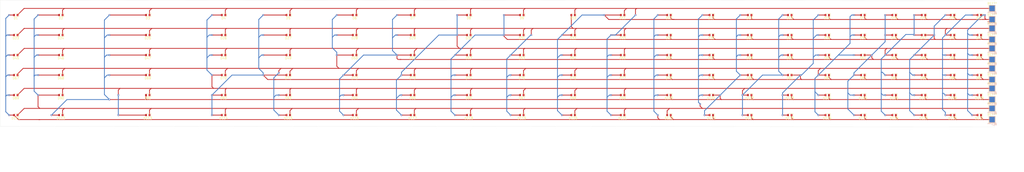
<source format=kicad_pcb>
(kicad_pcb (version 20171130) (host pcbnew "(5.1.8)-1")
  (layers (0 F.Cu signal) (31 B.Cu signal) (34 B.Paste user) (35 F.Paste user) (36 B.SilkS user) (37 F.SilkS user) (38 B.Mask user) (39 F.Mask user) (44 Edge.Cuts user))
  (net 0 "")
  (net 1 /P12)
  (net 2 /P1)
  (net 3 /P2)
  (net 4 /P3)
  (net 5 /P4)
  (net 6 /P5)
  (net 7 /P6)
  (net 8 /P7)
  (net 9 /P8)
  (net 10 /P9)
  (net 11 /P10)
  (net 12 /P11)
  (module TestPoint:TestPoint_Pad_2.5x2.5mm (layer B.Cu) (at 445 257)
    (fp_text reference REF** (at 0 2.148) (layer B.SilkS) (effects (justify mirror)))
    (fp_text value TestPoint_Pad_2.5x2.5mm)
    (pad 1 smd rect (at 0 0) (size 2.5 2.5) (layers B.Cu B.Mask))
  )
  (module TestPoint:TestPoint_Pad_2.5x2.5mm (layer B.Cu) (at 445 252)
    (fp_text reference REF** (at 0 2.148) (layer B.SilkS) (effects (justify mirror)))
    (fp_text value TestPoint_Pad_2.5x2.5mm)
    (pad 1 smd rect (at 0 0) (size 2.5 2.5) (layers B.Cu B.Mask))
  )
  (module TestPoint:TestPoint_Pad_2.5x2.5mm (layer B.Cu) (at 445 248)
    (fp_text reference REF** (at 0 2.148) (layer B.SilkS) (effects (justify mirror)))
    (fp_text value TestPoint_Pad_2.5x2.5mm)
    (pad 1 smd rect (at 0 0) (size 2.5 2.5) (layers B.Cu B.Mask))
  )
  (module TestPoint:TestPoint_Pad_2.5x2.5mm (layer B.Cu) (at 445 243)
    (fp_text reference REF** (at 0 2.148) (layer B.SilkS) (effects (justify mirror)))
    (fp_text value TestPoint_Pad_2.5x2.5mm)
    (pad 1 smd rect (at 0 0) (size 2.5 2.5) (layers B.Cu B.Mask))
  )
  (module TestPoint:TestPoint_Pad_2.5x2.5mm (layer B.Cu) (at 445 239)
    (fp_text reference REF** (at 0 2.148) (layer B.SilkS) (effects (justify mirror)))
    (fp_text value TestPoint_Pad_2.5x2.5mm)
    (pad 1 smd rect (at 0 0) (size 2.5 2.5) (layers B.Cu B.Mask))
  )
  (module TestPoint:TestPoint_Pad_2.5x2.5mm (layer B.Cu) (at 445 234)
    (fp_text reference REF** (at 0 2.148) (layer B.SilkS) (effects (justify mirror)))
    (fp_text value TestPoint_Pad_2.5x2.5mm)
    (pad 1 smd rect (at 0 0) (size 2.5 2.5) (layers B.Cu B.Mask))
  )
  (module TestPoint:TestPoint_Pad_2.5x2.5mm (layer B.Cu) (at 445 230)
    (fp_text reference REF** (at 0 2.148) (layer B.SilkS) (effects (justify mirror)))
    (fp_text value TestPoint_Pad_2.5x2.5mm)
    (pad 1 smd rect (at 0 0) (size 2.5 2.5) (layers B.Cu B.Mask))
  )
  (module TestPoint:TestPoint_Pad_2.5x2.5mm (layer B.Cu) (at 445 225)
    (fp_text reference REF** (at 0 2.148) (layer B.SilkS) (effects (justify mirror)))
    (fp_text value TestPoint_Pad_2.5x2.5mm)
    (pad 1 smd rect (at 0 0) (size 2.5 2.5) (layers B.Cu B.Mask))
  )
  (module TestPoint:TestPoint_Pad_2.5x2.5mm (layer B.Cu) (at 445 221)
    (fp_text reference REF** (at 0 2.148) (layer B.SilkS) (effects (justify mirror)))
    (fp_text value TestPoint_Pad_2.5x2.5mm)
    (pad 1 smd rect (at 0 0) (size 2.5 2.5) (layers B.Cu B.Mask))
  )
  (module TestPoint:TestPoint_Pad_2.5x2.5mm (layer B.Cu) (at 445 216)
    (fp_text reference REF** (at 0 2.148) (layer B.SilkS) (effects (justify mirror)))
    (fp_text value TestPoint_Pad_2.5x2.5mm)
    (pad 1 smd rect (at 0 0) (size 2.5 2.5) (layers B.Cu B.Mask))
  )
  (module TestPoint:TestPoint_Pad_2.5x2.5mm (layer B.Cu) (at 445 212)
    (fp_text reference REF** (at 0 2.148) (layer B.SilkS) (effects (justify mirror)))
    (fp_text value TestPoint_Pad_2.5x2.5mm)
    (pad 1 smd rect (at 0 0) (size 2.5 2.5) (layers B.Cu B.Mask))
  )
  (module TestPoint:TestPoint_Pad_2.5x2.5mm (layer B.Cu) (at 445 207)
    (fp_text reference REF** (at 0 2.148) (layer B.SilkS) (effects (justify mirror)))
    (fp_text value TestPoint_Pad_2.5x2.5mm)
    (pad 1 smd rect (at 0 0) (size 2.5 2.5) (layers B.Cu B.Mask))
  )
  (module TestPoint:TestPoint_Pad_2.5x2.5mm (layer F.Cu) (at 445 257)
    (fp_text reference REF** (at 0 -2.148) (layer F.SilkS))
    (fp_text value P1)
    (pad 1 smd rect (at 0 0) (size 2.5 2.5) (layers F.Cu F.Mask) (net 2 /P1))
  )
  (module TestPoint:TestPoint_Pad_2.5x2.5mm (layer F.Cu) (at 445 252)
    (fp_text reference REF** (at 0 -2.148) (layer F.SilkS))
    (fp_text value P2)
    (pad 1 smd rect (at 0 0) (size 2.5 2.5) (layers F.Cu F.Mask) (net 3 /P2))
  )
  (module TestPoint:TestPoint_Pad_2.5x2.5mm (layer F.Cu) (at 445 248)
    (fp_text reference REF** (at 0 -2.148) (layer F.SilkS))
    (fp_text value P3)
    (pad 1 smd rect (at 0 0) (size 2.5 2.5) (layers F.Cu F.Mask) (net 4 /P3))
  )
  (module TestPoint:TestPoint_Pad_2.5x2.5mm (layer F.Cu) (at 445 243)
    (fp_text reference REF** (at 0 -2.148) (layer F.SilkS))
    (fp_text value P4)
    (pad 1 smd rect (at 0 0) (size 2.5 2.5) (layers F.Cu F.Mask) (net 5 /P4))
  )
  (module TestPoint:TestPoint_Pad_2.5x2.5mm (layer F.Cu) (at 445 239)
    (fp_text reference REF** (at 0 -2.148) (layer F.SilkS))
    (fp_text value P5)
    (pad 1 smd rect (at 0 0) (size 2.5 2.5) (layers F.Cu F.Mask) (net 6 /P5))
  )
  (module TestPoint:TestPoint_Pad_2.5x2.5mm (layer F.Cu) (at 445 234)
    (fp_text reference REF** (at 0 -2.148) (layer F.SilkS))
    (fp_text value P6)
    (pad 1 smd rect (at 0 0) (size 2.5 2.5) (layers F.Cu F.Mask) (net 7 /P6))
  )
  (module TestPoint:TestPoint_Pad_2.5x2.5mm (layer F.Cu) (at 445 230)
    (fp_text reference REF** (at 0 -2.148) (layer F.SilkS))
    (fp_text value P7)
    (pad 1 smd rect (at 0 0) (size 2.5 2.5) (layers F.Cu F.Mask) (net 8 /P7))
  )
  (module TestPoint:TestPoint_Pad_2.5x2.5mm (layer F.Cu) (at 445 225)
    (fp_text reference REF** (at 0 -2.148) (layer F.SilkS))
    (fp_text value P8)
    (pad 1 smd rect (at 0 0) (size 2.5 2.5) (layers F.Cu F.Mask) (net 9 /P8))
  )
  (module TestPoint:TestPoint_Pad_2.5x2.5mm (layer F.Cu) (at 445 221)
    (fp_text reference REF** (at 0 -2.148) (layer F.SilkS))
    (fp_text value P9)
    (pad 1 smd rect (at 0 0) (size 2.5 2.5) (layers F.Cu F.Mask) (net 10 /P9))
  )
  (module TestPoint:TestPoint_Pad_2.5x2.5mm (layer F.Cu) (at 445 216)
    (fp_text reference REF** (at 0 -2.148) (layer F.SilkS))
    (fp_text value P10)
    (pad 1 smd rect (at 0 0) (size 2.5 2.5) (layers F.Cu F.Mask) (net 11 /P10))
  )
  (module TestPoint:TestPoint_Pad_2.5x2.5mm (layer F.Cu) (at 445 212)
    (fp_text reference REF** (at 0 -2.148) (layer F.SilkS))
    (fp_text value P11)
    (pad 1 smd rect (at 0 0) (size 2.5 2.5) (layers F.Cu F.Mask) (net 12 /P11))
  )
  (module TestPoint:TestPoint_Pad_2.5x2.5mm (layer F.Cu) (at 445 207)
    (fp_text reference REF** (at 0 -2.148) (layer F.SilkS))
    (fp_text value P12)
    (pad 1 smd rect (at 0 0) (size 2.5 2.5) (layers F.Cu F.Mask) (net 1 /P12))
  )
  (module LED_SMD:LED_0603_1608Metric (layer F.Cu) (at 7 210 180)
    (fp_text reference D1 (at 0 -1.43) (layer F.SilkS))
    (fp_text value 1-12)
    (pad 1 smd roundrect (at -0.7875 0 180) (size 0.875 0.95) (layers F.Cu F.Paste F.Mask) (net 1 /P12))
    (pad 2 smd roundrect (at 0.7875 0 180) (size 0.875 0.95) (layers F.Cu F.Paste F.Mask) (net 2 /P1))
  )
  (module LED_SMD:LED_0603_1608Metric (layer F.Cu) (at 27.2125 210 180)
    (fp_text reference D2 (at 0 -1.43) (layer F.SilkS))
    (fp_text value 2-12)
    (pad 1 smd roundrect (at -0.7875 0 180) (size 0.875 0.95) (layers F.Cu F.Paste F.Mask) (net 1 /P12))
    (pad 2 smd roundrect (at 0.7875 0 180) (size 0.875 0.95) (layers F.Cu F.Paste F.Mask) (net 3 /P2))
  )
  (module LED_SMD:LED_0603_1608Metric (layer F.Cu) (at 66.2125 210 180)
    (fp_text reference D3 (at 0 -1.43) (layer F.SilkS))
    (fp_text value 3-12)
    (pad 2 smd roundrect (at 0.7875 0 180) (size 0.875 0.95) (layers F.Cu F.Paste F.Mask) (net 4 /P3))
    (pad 1 smd roundrect (at -0.7875 0 180) (size 0.875 0.95) (layers F.Cu F.Paste F.Mask) (net 1 /P12))
  )
  (module LED_SMD:LED_0603_1608Metric (layer F.Cu) (at 100.2125 210 180)
    (fp_text reference D4 (at 0 -1.43) (layer F.SilkS))
    (fp_text value 4-12)
    (pad 1 smd roundrect (at -0.7875 0 180) (size 0.875 0.95) (layers F.Cu F.Paste F.Mask) (net 1 /P12))
    (pad 2 smd roundrect (at 0.7875 0 180) (size 0.875 0.95) (layers F.Cu F.Paste F.Mask) (net 5 /P4))
  )
  (module LED_SMD:LED_0603_1608Metric (layer F.Cu) (at 129.2125 210 180)
    (fp_text reference D5 (at 0 -1.43) (layer F.SilkS))
    (fp_text value 5-12)
    (pad 2 smd roundrect (at 0.7875 0 180) (size 0.875 0.95) (layers F.Cu F.Paste F.Mask) (net 6 /P5))
    (pad 1 smd roundrect (at -0.7875 0 180) (size 0.875 0.95) (layers F.Cu F.Paste F.Mask) (net 1 /P12))
  )
  (module LED_SMD:LED_0603_1608Metric (layer F.Cu) (at 159 210 180)
    (fp_text reference D6 (at 0 -1.43) (layer F.SilkS))
    (fp_text value 6-12)
    (pad 1 smd roundrect (at -0.7875 0 180) (size 0.875 0.95) (layers F.Cu F.Paste F.Mask) (net 1 /P12))
    (pad 2 smd roundrect (at 0.7875 0 180) (size 0.875 0.95) (layers F.Cu F.Paste F.Mask) (net 7 /P6))
  )
  (module LED_SMD:LED_0603_1608Metric (layer F.Cu) (at 185 210 180)
    (fp_text reference D7 (at 0 -1.43) (layer F.SilkS))
    (fp_text value 7-12)
    (pad 2 smd roundrect (at 0.7875 0 180) (size 0.875 0.95) (layers F.Cu F.Paste F.Mask) (net 8 /P7))
    (pad 1 smd roundrect (at -0.7875 0 180) (size 0.875 0.95) (layers F.Cu F.Paste F.Mask) (net 1 /P12))
  )
  (module LED_SMD:LED_0603_1608Metric (layer F.Cu) (at 210.2125 210 180)
    (fp_text reference D8 (at 0 -1.43) (layer F.SilkS))
    (fp_text value 8-12)
    (pad 1 smd roundrect (at -0.7875 0 180) (size 0.875 0.95) (layers F.Cu F.Paste F.Mask) (net 1 /P12))
    (pad 2 smd roundrect (at 0.7875 0 180) (size 0.875 0.95) (layers F.Cu F.Paste F.Mask) (net 9 /P8))
  )
  (module LED_SMD:LED_0603_1608Metric (layer F.Cu) (at 234 210 180)
    (fp_text reference D9 (at 0 -1.43) (layer F.SilkS))
    (fp_text value 9-12)
    (pad 2 smd roundrect (at 0.7875 0 180) (size 0.875 0.95) (layers F.Cu F.Paste F.Mask) (net 10 /P9))
    (pad 1 smd roundrect (at -0.7875 0 180) (size 0.875 0.95) (layers F.Cu F.Paste F.Mask) (net 1 /P12))
  )
  (module LED_SMD:LED_0603_1608Metric (layer F.Cu) (at 257 210 180)
    (fp_text reference D10 (at 0 -1.43) (layer F.SilkS))
    (fp_text value 10-12)
    (pad 1 smd roundrect (at -0.7875 0 180) (size 0.875 0.95) (layers F.Cu F.Paste F.Mask) (net 1 /P12))
    (pad 2 smd roundrect (at 0.7875 0 180) (size 0.875 0.95) (layers F.Cu F.Paste F.Mask) (net 11 /P10))
  )
  (module LED_SMD:LED_0603_1608Metric (layer F.Cu) (at 279.2125 210 180)
    (fp_text reference D11 (at 0 -1.43) (layer F.SilkS))
    (fp_text value 11-12)
    (pad 1 smd roundrect (at -0.7875 0 180) (size 0.875 0.95) (layers F.Cu F.Paste F.Mask) (net 1 /P12))
    (pad 2 smd roundrect (at 0.7875 0 180) (size 0.875 0.95) (layers F.Cu F.Paste F.Mask) (net 12 /P11))
  )
  (module LED_SMD:LED_0603_1608Metric (layer F.Cu) (at 300 210 180)
    (fp_text reference D12 (at 0 -1.43) (layer F.SilkS))
    (fp_text value 1-11)
    (pad 1 smd roundrect (at -0.7875 0 180) (size 0.875 0.95) (layers F.Cu F.Paste F.Mask) (net 12 /P11))
    (pad 2 smd roundrect (at 0.7875 0 180) (size 0.875 0.95) (layers F.Cu F.Paste F.Mask) (net 2 /P1))
  )
  (module LED_SMD:LED_0603_1608Metric (layer F.Cu) (at 319 210 180)
    (fp_text reference D13 (at 0 -1.43) (layer F.SilkS))
    (fp_text value 2-11)
    (pad 2 smd roundrect (at 0.7875 0 180) (size 0.875 0.95) (layers F.Cu F.Paste F.Mask) (net 3 /P2))
    (pad 1 smd roundrect (at -0.7875 0 180) (size 0.875 0.95) (layers F.Cu F.Paste F.Mask) (net 12 /P11))
  )
  (module LED_SMD:LED_0603_1608Metric (layer F.Cu) (at 336.2125 210 180)
    (fp_text reference D14 (at 0 -1.43) (layer F.SilkS))
    (fp_text value 3-11)
    (pad 1 smd roundrect (at -0.7875 0 180) (size 0.875 0.95) (layers F.Cu F.Paste F.Mask) (net 12 /P11))
    (pad 2 smd roundrect (at 0.7875 0 180) (size 0.875 0.95) (layers F.Cu F.Paste F.Mask) (net 4 /P3))
  )
  (module LED_SMD:LED_0603_1608Metric (layer F.Cu) (at 354.2125 210 180)
    (fp_text reference D15 (at 0 -1.43) (layer F.SilkS))
    (fp_text value 4-11)
    (pad 2 smd roundrect (at 0.7875 0 180) (size 0.875 0.95) (layers F.Cu F.Paste F.Mask) (net 5 /P4))
    (pad 1 smd roundrect (at -0.7875 0 180) (size 0.875 0.95) (layers F.Cu F.Paste F.Mask) (net 12 /P11))
  )
  (module LED_SMD:LED_0603_1608Metric (layer F.Cu) (at 371 210 180)
    (fp_text reference D16 (at 0 -1.43) (layer F.SilkS))
    (fp_text value 5-11)
    (pad 1 smd roundrect (at -0.7875 0 180) (size 0.875 0.95) (layers F.Cu F.Paste F.Mask) (net 12 /P11))
    (pad 2 smd roundrect (at 0.7875 0 180) (size 0.875 0.95) (layers F.Cu F.Paste F.Mask) (net 6 /P5))
  )
  (module LED_SMD:LED_0603_1608Metric (layer F.Cu) (at 387 210 180)
    (fp_text reference D17 (at 0 -1.43) (layer F.SilkS))
    (fp_text value 6-11)
    (pad 2 smd roundrect (at 0.7875 0 180) (size 0.875 0.95) (layers F.Cu F.Paste F.Mask) (net 7 /P6))
    (pad 1 smd roundrect (at -0.7875 0 180) (size 0.875 0.95) (layers F.Cu F.Paste F.Mask) (net 12 /P11))
  )
  (module LED_SMD:LED_0603_1608Metric (layer F.Cu) (at 401 210 180)
    (fp_text reference D18 (at 0 -1.43) (layer F.SilkS))
    (fp_text value 7-11)
    (pad 1 smd roundrect (at -0.7875 0 180) (size 0.875 0.95) (layers F.Cu F.Paste F.Mask) (net 12 /P11))
    (pad 2 smd roundrect (at 0.7875 0 180) (size 0.875 0.95) (layers F.Cu F.Paste F.Mask) (net 8 /P7))
  )
  (module LED_SMD:LED_0603_1608Metric (layer F.Cu) (at 414.2125 210 180)
    (fp_text reference D19 (at 0 -1.43) (layer F.SilkS))
    (fp_text value 8-11)
    (pad 1 smd roundrect (at -0.7875 0 180) (size 0.875 0.95) (layers F.Cu F.Paste F.Mask) (net 12 /P11))
    (pad 2 smd roundrect (at 0.7875 0 180) (size 0.875 0.95) (layers F.Cu F.Paste F.Mask) (net 9 /P8))
  )
  (module LED_SMD:LED_0603_1608Metric (layer F.Cu) (at 427.2125 210 180)
    (fp_text reference D20 (at 0 -1.43) (layer F.SilkS))
    (fp_text value 9-11)
    (pad 1 smd roundrect (at -0.7875 0 180) (size 0.875 0.95) (layers F.Cu F.Paste F.Mask) (net 12 /P11))
    (pad 2 smd roundrect (at 0.7875 0 180) (size 0.875 0.95) (layers F.Cu F.Paste F.Mask) (net 10 /P9))
  )
  (module LED_SMD:LED_0603_1608Metric (layer F.Cu) (at 439.2125 210 180)
    (fp_text reference D21 (at 0 -1.43) (layer F.SilkS))
    (fp_text value 10-11)
    (pad 2 smd roundrect (at 0.7875 0 180) (size 0.875 0.95) (layers F.Cu F.Paste F.Mask) (net 11 /P10))
    (pad 1 smd roundrect (at -0.7875 0 180) (size 0.875 0.95) (layers F.Cu F.Paste F.Mask) (net 12 /P11))
  )
  (module LED_SMD:LED_0603_1608Metric (layer F.Cu) (at 7 219 180)
    (fp_text reference D23 (at 0 -1.43) (layer F.SilkS))
    (fp_text value 1-10)
    (pad 1 smd roundrect (at -0.7875 0 180) (size 0.875 0.95) (layers F.Cu F.Paste F.Mask) (net 11 /P10))
    (pad 2 smd roundrect (at 0.7875 0 180) (size 0.875 0.95) (layers F.Cu F.Paste F.Mask) (net 2 /P1))
  )
  (module LED_SMD:LED_0603_1608Metric (layer F.Cu) (at 27.2125 219 180)
    (fp_text reference D24 (at 0 -1.43) (layer F.SilkS))
    (fp_text value 2-10)
    (pad 1 smd roundrect (at -0.7875 0 180) (size 0.875 0.95) (layers F.Cu F.Paste F.Mask) (net 11 /P10))
    (pad 2 smd roundrect (at 0.7875 0 180) (size 0.875 0.95) (layers F.Cu F.Paste F.Mask) (net 3 /P2))
  )
  (module LED_SMD:LED_0603_1608Metric (layer F.Cu) (at 66.2125 219 180)
    (fp_text reference D25 (at 0 -1.43) (layer F.SilkS))
    (fp_text value 3-10)
    (pad 2 smd roundrect (at 0.7875 0 180) (size 0.875 0.95) (layers F.Cu F.Paste F.Mask) (net 4 /P3))
    (pad 1 smd roundrect (at -0.7875 0 180) (size 0.875 0.95) (layers F.Cu F.Paste F.Mask) (net 11 /P10))
  )
  (module LED_SMD:LED_0603_1608Metric (layer F.Cu) (at 100.2125 219 180)
    (fp_text reference D26 (at 0 -1.43) (layer F.SilkS))
    (fp_text value 4-10)
    (pad 1 smd roundrect (at -0.7875 0 180) (size 0.875 0.95) (layers F.Cu F.Paste F.Mask) (net 11 /P10))
    (pad 2 smd roundrect (at 0.7875 0 180) (size 0.875 0.95) (layers F.Cu F.Paste F.Mask) (net 5 /P4))
  )
  (module LED_SMD:LED_0603_1608Metric (layer F.Cu) (at 129.2125 219 180)
    (fp_text reference D27 (at 0 -1.43) (layer F.SilkS))
    (fp_text value 5-10)
    (pad 2 smd roundrect (at 0.7875 0 180) (size 0.875 0.95) (layers F.Cu F.Paste F.Mask) (net 6 /P5))
    (pad 1 smd roundrect (at -0.7875 0 180) (size 0.875 0.95) (layers F.Cu F.Paste F.Mask) (net 11 /P10))
  )
  (module LED_SMD:LED_0603_1608Metric (layer F.Cu) (at 159 219 180)
    (fp_text reference D28 (at 0 -1.43) (layer F.SilkS))
    (fp_text value 6-10)
    (pad 1 smd roundrect (at -0.7875 0 180) (size 0.875 0.95) (layers F.Cu F.Paste F.Mask) (net 11 /P10))
    (pad 2 smd roundrect (at 0.7875 0 180) (size 0.875 0.95) (layers F.Cu F.Paste F.Mask) (net 7 /P6))
  )
  (module LED_SMD:LED_0603_1608Metric (layer F.Cu) (at 185 219 180)
    (fp_text reference D29 (at 0 -1.43) (layer F.SilkS))
    (fp_text value 7-10)
    (pad 1 smd roundrect (at -0.7875 0 180) (size 0.875 0.95) (layers F.Cu F.Paste F.Mask) (net 11 /P10))
    (pad 2 smd roundrect (at 0.7875 0 180) (size 0.875 0.95) (layers F.Cu F.Paste F.Mask) (net 8 /P7))
  )
  (module LED_SMD:LED_0603_1608Metric (layer F.Cu) (at 210.2125 219 180)
    (fp_text reference D30 (at 0 -1.43) (layer F.SilkS))
    (fp_text value 8-10)
    (pad 1 smd roundrect (at -0.7875 0 180) (size 0.875 0.95) (layers F.Cu F.Paste F.Mask) (net 11 /P10))
    (pad 2 smd roundrect (at 0.7875 0 180) (size 0.875 0.95) (layers F.Cu F.Paste F.Mask) (net 9 /P8))
  )
  (module LED_SMD:LED_0603_1608Metric (layer F.Cu) (at 234 219 180)
    (fp_text reference D31 (at 0 -1.43) (layer F.SilkS))
    (fp_text value 9-10)
    (pad 2 smd roundrect (at 0.7875 0 180) (size 0.875 0.95) (layers F.Cu F.Paste F.Mask) (net 10 /P9))
    (pad 1 smd roundrect (at -0.7875 0 180) (size 0.875 0.95) (layers F.Cu F.Paste F.Mask) (net 11 /P10))
  )
  (module LED_SMD:LED_0603_1608Metric (layer F.Cu) (at 257 219 180)
    (fp_text reference D32 (at 0 -1.43) (layer F.SilkS))
    (fp_text value 11-10)
    (pad 1 smd roundrect (at -0.7875 0 180) (size 0.875 0.95) (layers F.Cu F.Paste F.Mask) (net 11 /P10))
    (pad 2 smd roundrect (at 0.7875 0 180) (size 0.875 0.95) (layers F.Cu F.Paste F.Mask) (net 12 /P11))
  )
  (module LED_SMD:LED_0603_1608Metric (layer F.Cu) (at 279.2125 219 180)
    (fp_text reference D33 (at 0 -1.43) (layer F.SilkS))
    (fp_text value 12-10)
    (pad 2 smd roundrect (at 0.7875 0 180) (size 0.875 0.95) (layers F.Cu F.Paste F.Mask) (net 1 /P12))
    (pad 1 smd roundrect (at -0.7875 0 180) (size 0.875 0.95) (layers F.Cu F.Paste F.Mask) (net 11 /P10))
  )
  (module LED_SMD:LED_0603_1608Metric (layer F.Cu) (at 300 219 180)
    (fp_text reference D34 (at 0 -1.43) (layer F.SilkS))
    (fp_text value 1-9)
    (pad 2 smd roundrect (at 0.7875 0 180) (size 0.875 0.95) (layers F.Cu F.Paste F.Mask) (net 2 /P1))
    (pad 1 smd roundrect (at -0.7875 0 180) (size 0.875 0.95) (layers F.Cu F.Paste F.Mask) (net 10 /P9))
  )
  (module LED_SMD:LED_0603_1608Metric (layer F.Cu) (at 319 219 180)
    (fp_text reference D35 (at 0 -1.43) (layer F.SilkS))
    (fp_text value 2-9)
    (pad 1 smd roundrect (at -0.7875 0 180) (size 0.875 0.95) (layers F.Cu F.Paste F.Mask) (net 10 /P9))
    (pad 2 smd roundrect (at 0.7875 0 180) (size 0.875 0.95) (layers F.Cu F.Paste F.Mask) (net 3 /P2))
  )
  (module LED_SMD:LED_0603_1608Metric (layer F.Cu) (at 336.2125 219 180)
    (fp_text reference D36 (at 0 -1.43) (layer F.SilkS))
    (fp_text value 3-9)
    (pad 2 smd roundrect (at 0.7875 0 180) (size 0.875 0.95) (layers F.Cu F.Paste F.Mask) (net 4 /P3))
    (pad 1 smd roundrect (at -0.7875 0 180) (size 0.875 0.95) (layers F.Cu F.Paste F.Mask) (net 10 /P9))
  )
  (module LED_SMD:LED_0603_1608Metric (layer F.Cu) (at 354.2125 219 180)
    (fp_text reference D37 (at 0 -1.43) (layer F.SilkS))
    (fp_text value 4-9)
    (pad 2 smd roundrect (at 0.7875 0 180) (size 0.875 0.95) (layers F.Cu F.Paste F.Mask) (net 5 /P4))
    (pad 1 smd roundrect (at -0.7875 0 180) (size 0.875 0.95) (layers F.Cu F.Paste F.Mask) (net 10 /P9))
  )
  (module LED_SMD:LED_0603_1608Metric (layer F.Cu) (at 371 219 180)
    (fp_text reference D38 (at 0 -1.43) (layer F.SilkS))
    (fp_text value 5-9)
    (pad 1 smd roundrect (at -0.7875 0 180) (size 0.875 0.95) (layers F.Cu F.Paste F.Mask) (net 10 /P9))
    (pad 2 smd roundrect (at 0.7875 0 180) (size 0.875 0.95) (layers F.Cu F.Paste F.Mask) (net 6 /P5))
  )
  (module LED_SMD:LED_0603_1608Metric (layer F.Cu) (at 387 219 180)
    (fp_text reference D39 (at 0 -1.43) (layer F.SilkS))
    (fp_text value 6-9)
    (pad 1 smd roundrect (at -0.7875 0 180) (size 0.875 0.95) (layers F.Cu F.Paste F.Mask) (net 10 /P9))
    (pad 2 smd roundrect (at 0.7875 0 180) (size 0.875 0.95) (layers F.Cu F.Paste F.Mask) (net 7 /P6))
  )
  (module LED_SMD:LED_0603_1608Metric (layer F.Cu) (at 401 219 180)
    (fp_text reference D40 (at 0 -1.43) (layer F.SilkS))
    (fp_text value 7-9)
    (pad 1 smd roundrect (at -0.7875 0 180) (size 0.875 0.95) (layers F.Cu F.Paste F.Mask) (net 10 /P9))
    (pad 2 smd roundrect (at 0.7875 0 180) (size 0.875 0.95) (layers F.Cu F.Paste F.Mask) (net 8 /P7))
  )
  (module LED_SMD:LED_0603_1608Metric (layer F.Cu) (at 414.2125 219 180)
    (fp_text reference D41 (at 0 -1.43) (layer F.SilkS))
    (fp_text value 8-9)
    (pad 2 smd roundrect (at 0.7875 0 180) (size 0.875 0.95) (layers F.Cu F.Paste F.Mask) (net 9 /P8))
    (pad 1 smd roundrect (at -0.7875 0 180) (size 0.875 0.95) (layers F.Cu F.Paste F.Mask) (net 10 /P9))
  )
  (module LED_SMD:LED_0603_1608Metric (layer F.Cu) (at 427.2125 219 180)
    (fp_text reference D42 (at 0 -1.43) (layer F.SilkS))
    (fp_text value 10-9)
    (pad 1 smd roundrect (at -0.7875 0 180) (size 0.875 0.95) (layers F.Cu F.Paste F.Mask) (net 10 /P9))
    (pad 2 smd roundrect (at 0.7875 0 180) (size 0.875 0.95) (layers F.Cu F.Paste F.Mask) (net 11 /P10))
  )
  (module LED_SMD:LED_0603_1608Metric (layer F.Cu) (at 439.2125 219 180)
    (fp_text reference D43 (at 0 -1.43) (layer F.SilkS))
    (fp_text value 11-9)
    (pad 2 smd roundrect (at 0.7875 0 180) (size 0.875 0.95) (layers F.Cu F.Paste F.Mask) (net 12 /P11))
    (pad 1 smd roundrect (at -0.7875 0 180) (size 0.875 0.95) (layers F.Cu F.Paste F.Mask) (net 10 /P9))
  )
  (module LED_SMD:LED_0603_1608Metric (layer F.Cu) (at 7 228 180)
    (fp_text reference D45 (at 0 -1.43) (layer F.SilkS))
    (fp_text value 1-8)
    (pad 2 smd roundrect (at 0.7875 0 180) (size 0.875 0.95) (layers F.Cu F.Paste F.Mask) (net 2 /P1))
    (pad 1 smd roundrect (at -0.7875 0 180) (size 0.875 0.95) (layers F.Cu F.Paste F.Mask) (net 9 /P8))
  )
  (module LED_SMD:LED_0603_1608Metric (layer F.Cu) (at 27.2125 228 180)
    (fp_text reference D46 (at 0 -1.43) (layer F.SilkS))
    (fp_text value 2-8)
    (pad 1 smd roundrect (at -0.7875 0 180) (size 0.875 0.95) (layers F.Cu F.Paste F.Mask) (net 9 /P8))
    (pad 2 smd roundrect (at 0.7875 0 180) (size 0.875 0.95) (layers F.Cu F.Paste F.Mask) (net 3 /P2))
  )
  (module LED_SMD:LED_0603_1608Metric (layer F.Cu) (at 66.2125 228 180)
    (fp_text reference D47 (at 0 -1.43) (layer F.SilkS))
    (fp_text value 3-8)
    (pad 2 smd roundrect (at 0.7875 0 180) (size 0.875 0.95) (layers F.Cu F.Paste F.Mask) (net 4 /P3))
    (pad 1 smd roundrect (at -0.7875 0 180) (size 0.875 0.95) (layers F.Cu F.Paste F.Mask) (net 9 /P8))
  )
  (module LED_SMD:LED_0603_1608Metric (layer F.Cu) (at 100.2125 228 180)
    (fp_text reference D48 (at 0 -1.43) (layer F.SilkS))
    (fp_text value 4-8)
    (pad 1 smd roundrect (at -0.7875 0 180) (size 0.875 0.95) (layers F.Cu F.Paste F.Mask) (net 9 /P8))
    (pad 2 smd roundrect (at 0.7875 0 180) (size 0.875 0.95) (layers F.Cu F.Paste F.Mask) (net 5 /P4))
  )
  (module LED_SMD:LED_0603_1608Metric (layer F.Cu) (at 129.2125 228 180)
    (fp_text reference D49 (at 0 -1.43) (layer F.SilkS))
    (fp_text value 5-8)
    (pad 2 smd roundrect (at 0.7875 0 180) (size 0.875 0.95) (layers F.Cu F.Paste F.Mask) (net 6 /P5))
    (pad 1 smd roundrect (at -0.7875 0 180) (size 0.875 0.95) (layers F.Cu F.Paste F.Mask) (net 9 /P8))
  )
  (module LED_SMD:LED_0603_1608Metric (layer F.Cu) (at 159 228 180)
    (fp_text reference D50 (at 0 -1.43) (layer F.SilkS))
    (fp_text value 6-8)
    (pad 1 smd roundrect (at -0.7875 0 180) (size 0.875 0.95) (layers F.Cu F.Paste F.Mask) (net 9 /P8))
    (pad 2 smd roundrect (at 0.7875 0 180) (size 0.875 0.95) (layers F.Cu F.Paste F.Mask) (net 7 /P6))
  )
  (module LED_SMD:LED_0603_1608Metric (layer F.Cu) (at 185 228 180)
    (fp_text reference D51 (at 0 -1.43) (layer F.SilkS))
    (fp_text value 7-8)
    (pad 2 smd roundrect (at 0.7875 0 180) (size 0.875 0.95) (layers F.Cu F.Paste F.Mask) (net 8 /P7))
    (pad 1 smd roundrect (at -0.7875 0 180) (size 0.875 0.95) (layers F.Cu F.Paste F.Mask) (net 9 /P8))
  )
  (module LED_SMD:LED_0603_1608Metric (layer F.Cu) (at 210.2125 228 180)
    (fp_text reference D52 (at 0 -1.43) (layer F.SilkS))
    (fp_text value 9-8)
    (pad 1 smd roundrect (at -0.7875 0 180) (size 0.875 0.95) (layers F.Cu F.Paste F.Mask) (net 9 /P8))
    (pad 2 smd roundrect (at 0.7875 0 180) (size 0.875 0.95) (layers F.Cu F.Paste F.Mask) (net 10 /P9))
  )
  (module LED_SMD:LED_0603_1608Metric (layer F.Cu) (at 234 228 180)
    (fp_text reference D53 (at 0 -1.43) (layer F.SilkS))
    (fp_text value 10-8)
    (pad 2 smd roundrect (at 0.7875 0 180) (size 0.875 0.95) (layers F.Cu F.Paste F.Mask) (net 11 /P10))
    (pad 1 smd roundrect (at -0.7875 0 180) (size 0.875 0.95) (layers F.Cu F.Paste F.Mask) (net 9 /P8))
  )
  (module LED_SMD:LED_0603_1608Metric (layer F.Cu) (at 257 228 180)
    (fp_text reference D54 (at 0 -1.43) (layer F.SilkS))
    (fp_text value 11-8)
    (pad 1 smd roundrect (at -0.7875 0 180) (size 0.875 0.95) (layers F.Cu F.Paste F.Mask) (net 9 /P8))
    (pad 2 smd roundrect (at 0.7875 0 180) (size 0.875 0.95) (layers F.Cu F.Paste F.Mask) (net 12 /P11))
  )
  (module LED_SMD:LED_0603_1608Metric (layer F.Cu) (at 279.2125 228 180)
    (fp_text reference D55 (at 0 -1.43) (layer F.SilkS))
    (fp_text value 12-8)
    (pad 1 smd roundrect (at -0.7875 0 180) (size 0.875 0.95) (layers F.Cu F.Paste F.Mask) (net 9 /P8))
    (pad 2 smd roundrect (at 0.7875 0 180) (size 0.875 0.95) (layers F.Cu F.Paste F.Mask) (net 1 /P12))
  )
  (module LED_SMD:LED_0603_1608Metric (layer F.Cu) (at 300 228 180)
    (fp_text reference D56 (at 0 -1.43) (layer F.SilkS))
    (fp_text value 1-7)
    (pad 2 smd roundrect (at 0.7875 0 180) (size 0.875 0.95) (layers F.Cu F.Paste F.Mask) (net 2 /P1))
    (pad 1 smd roundrect (at -0.7875 0 180) (size 0.875 0.95) (layers F.Cu F.Paste F.Mask) (net 8 /P7))
  )
  (module LED_SMD:LED_0603_1608Metric (layer F.Cu) (at 319 228 180)
    (fp_text reference D57 (at 0 -1.43) (layer F.SilkS))
    (fp_text value 2-7)
    (pad 1 smd roundrect (at -0.7875 0 180) (size 0.875 0.95) (layers F.Cu F.Paste F.Mask) (net 8 /P7))
    (pad 2 smd roundrect (at 0.7875 0 180) (size 0.875 0.95) (layers F.Cu F.Paste F.Mask) (net 3 /P2))
  )
  (module LED_SMD:LED_0603_1608Metric (layer F.Cu) (at 336.2125 228 180)
    (fp_text reference D58 (at 0 -1.43) (layer F.SilkS))
    (fp_text value 3-7)
    (pad 2 smd roundrect (at 0.7875 0 180) (size 0.875 0.95) (layers F.Cu F.Paste F.Mask) (net 4 /P3))
    (pad 1 smd roundrect (at -0.7875 0 180) (size 0.875 0.95) (layers F.Cu F.Paste F.Mask) (net 8 /P7))
  )
  (module LED_SMD:LED_0603_1608Metric (layer F.Cu) (at 354.2125 228 180)
    (fp_text reference D59 (at 0 -1.43) (layer F.SilkS))
    (fp_text value 4-7)
    (pad 1 smd roundrect (at -0.7875 0 180) (size 0.875 0.95) (layers F.Cu F.Paste F.Mask) (net 8 /P7))
    (pad 2 smd roundrect (at 0.7875 0 180) (size 0.875 0.95) (layers F.Cu F.Paste F.Mask) (net 5 /P4))
  )
  (module LED_SMD:LED_0603_1608Metric (layer F.Cu) (at 371 228 180)
    (fp_text reference D60 (at 0 -1.43) (layer F.SilkS))
    (fp_text value 5-7)
    (pad 2 smd roundrect (at 0.7875 0 180) (size 0.875 0.95) (layers F.Cu F.Paste F.Mask) (net 6 /P5))
    (pad 1 smd roundrect (at -0.7875 0 180) (size 0.875 0.95) (layers F.Cu F.Paste F.Mask) (net 8 /P7))
  )
  (module LED_SMD:LED_0603_1608Metric (layer F.Cu) (at 387 228 180)
    (fp_text reference D61 (at 0 -1.43) (layer F.SilkS))
    (fp_text value 6-7)
    (pad 1 smd roundrect (at -0.7875 0 180) (size 0.875 0.95) (layers F.Cu F.Paste F.Mask) (net 8 /P7))
    (pad 2 smd roundrect (at 0.7875 0 180) (size 0.875 0.95) (layers F.Cu F.Paste F.Mask) (net 7 /P6))
  )
  (module LED_SMD:LED_0603_1608Metric (layer F.Cu) (at 401 228 180)
    (fp_text reference D62 (at 0 -1.43) (layer F.SilkS))
    (fp_text value 8-7)
    (pad 2 smd roundrect (at 0.7875 0 180) (size 0.875 0.95) (layers F.Cu F.Paste F.Mask) (net 9 /P8))
    (pad 1 smd roundrect (at -0.7875 0 180) (size 0.875 0.95) (layers F.Cu F.Paste F.Mask) (net 8 /P7))
  )
  (module LED_SMD:LED_0603_1608Metric (layer F.Cu) (at 414.2125 228 180)
    (fp_text reference D63 (at 0 -1.43) (layer F.SilkS))
    (fp_text value 9-7)
    (pad 2 smd roundrect (at 0.7875 0 180) (size 0.875 0.95) (layers F.Cu F.Paste F.Mask) (net 10 /P9))
    (pad 1 smd roundrect (at -0.7875 0 180) (size 0.875 0.95) (layers F.Cu F.Paste F.Mask) (net 8 /P7))
  )
  (module LED_SMD:LED_0603_1608Metric (layer F.Cu) (at 427.2125 228 180)
    (fp_text reference D64 (at 0 -1.43) (layer F.SilkS))
    (fp_text value 10-7)
    (pad 2 smd roundrect (at 0.7875 0 180) (size 0.875 0.95) (layers F.Cu F.Paste F.Mask) (net 11 /P10))
    (pad 1 smd roundrect (at -0.7875 0 180) (size 0.875 0.95) (layers F.Cu F.Paste F.Mask) (net 8 /P7))
  )
  (module LED_SMD:LED_0603_1608Metric (layer F.Cu) (at 439.2125 228 180)
    (fp_text reference D65 (at 0 -1.43) (layer F.SilkS))
    (fp_text value 11-7)
    (pad 1 smd roundrect (at -0.7875 0 180) (size 0.875 0.95) (layers F.Cu F.Paste F.Mask) (net 8 /P7))
    (pad 2 smd roundrect (at 0.7875 0 180) (size 0.875 0.95) (layers F.Cu F.Paste F.Mask) (net 12 /P11))
  )
  (module LED_SMD:LED_0603_1608Metric (layer F.Cu) (at 7 237 180)
    (fp_text reference D67 (at 0 -1.43) (layer F.SilkS))
    (fp_text value 1-6)
    (pad 1 smd roundrect (at -0.7875 0 180) (size 0.875 0.95) (layers F.Cu F.Paste F.Mask) (net 7 /P6))
    (pad 2 smd roundrect (at 0.7875 0 180) (size 0.875 0.95) (layers F.Cu F.Paste F.Mask) (net 2 /P1))
  )
  (module LED_SMD:LED_0603_1608Metric (layer F.Cu) (at 27.2125 237 180)
    (fp_text reference D68 (at 0 -1.43) (layer F.SilkS))
    (fp_text value 2-6)
    (pad 2 smd roundrect (at 0.7875 0 180) (size 0.875 0.95) (layers F.Cu F.Paste F.Mask) (net 3 /P2))
    (pad 1 smd roundrect (at -0.7875 0 180) (size 0.875 0.95) (layers F.Cu F.Paste F.Mask) (net 7 /P6))
  )
  (module LED_SMD:LED_0603_1608Metric (layer F.Cu) (at 66.2125 237 180)
    (fp_text reference D69 (at 0 -1.43) (layer F.SilkS))
    (fp_text value 3-6)
    (pad 1 smd roundrect (at -0.7875 0 180) (size 0.875 0.95) (layers F.Cu F.Paste F.Mask) (net 7 /P6))
    (pad 2 smd roundrect (at 0.7875 0 180) (size 0.875 0.95) (layers F.Cu F.Paste F.Mask) (net 4 /P3))
  )
  (module LED_SMD:LED_0603_1608Metric (layer F.Cu) (at 100.2125 237 180)
    (fp_text reference D70 (at 0 -1.43) (layer F.SilkS))
    (fp_text value 4-6)
    (pad 2 smd roundrect (at 0.7875 0 180) (size 0.875 0.95) (layers F.Cu F.Paste F.Mask) (net 5 /P4))
    (pad 1 smd roundrect (at -0.7875 0 180) (size 0.875 0.95) (layers F.Cu F.Paste F.Mask) (net 7 /P6))
  )
  (module LED_SMD:LED_0603_1608Metric (layer F.Cu) (at 129.2125 237 180)
    (fp_text reference D71 (at 0 -1.43) (layer F.SilkS))
    (fp_text value 5-6)
    (pad 2 smd roundrect (at 0.7875 0 180) (size 0.875 0.95) (layers F.Cu F.Paste F.Mask) (net 6 /P5))
    (pad 1 smd roundrect (at -0.7875 0 180) (size 0.875 0.95) (layers F.Cu F.Paste F.Mask) (net 7 /P6))
  )
  (module LED_SMD:LED_0603_1608Metric (layer F.Cu) (at 159 237 180)
    (fp_text reference D72 (at 0 -1.43) (layer F.SilkS))
    (fp_text value 7-6)
    (pad 1 smd roundrect (at -0.7875 0 180) (size 0.875 0.95) (layers F.Cu F.Paste F.Mask) (net 7 /P6))
    (pad 2 smd roundrect (at 0.7875 0 180) (size 0.875 0.95) (layers F.Cu F.Paste F.Mask) (net 8 /P7))
  )
  (module LED_SMD:LED_0603_1608Metric (layer F.Cu) (at 185 237 180)
    (fp_text reference D73 (at 0 -1.43) (layer F.SilkS))
    (fp_text value 8-6)
    (pad 2 smd roundrect (at 0.7875 0 180) (size 0.875 0.95) (layers F.Cu F.Paste F.Mask) (net 9 /P8))
    (pad 1 smd roundrect (at -0.7875 0 180) (size 0.875 0.95) (layers F.Cu F.Paste F.Mask) (net 7 /P6))
  )
  (module LED_SMD:LED_0603_1608Metric (layer F.Cu) (at 210.2125 237 180)
    (fp_text reference D74 (at 0 -1.43) (layer F.SilkS))
    (fp_text value 9-6)
    (pad 2 smd roundrect (at 0.7875 0 180) (size 0.875 0.95) (layers F.Cu F.Paste F.Mask) (net 10 /P9))
    (pad 1 smd roundrect (at -0.7875 0 180) (size 0.875 0.95) (layers F.Cu F.Paste F.Mask) (net 7 /P6))
  )
  (module LED_SMD:LED_0603_1608Metric (layer F.Cu) (at 234 237 180)
    (fp_text reference D75 (at 0 -1.43) (layer F.SilkS))
    (fp_text value 10-6)
    (pad 1 smd roundrect (at -0.7875 0 180) (size 0.875 0.95) (layers F.Cu F.Paste F.Mask) (net 7 /P6))
    (pad 2 smd roundrect (at 0.7875 0 180) (size 0.875 0.95) (layers F.Cu F.Paste F.Mask) (net 11 /P10))
  )
  (module LED_SMD:LED_0603_1608Metric (layer F.Cu) (at 257 237 180)
    (fp_text reference D76 (at 0 -1.43) (layer F.SilkS))
    (fp_text value 11-6)
    (pad 2 smd roundrect (at 0.7875 0 180) (size 0.875 0.95) (layers F.Cu F.Paste F.Mask) (net 12 /P11))
    (pad 1 smd roundrect (at -0.7875 0 180) (size 0.875 0.95) (layers F.Cu F.Paste F.Mask) (net 7 /P6))
  )
  (module LED_SMD:LED_0603_1608Metric (layer F.Cu) (at 279.2125 237 180)
    (fp_text reference D77 (at 0 -1.43) (layer F.SilkS))
    (fp_text value 12-6)
    (pad 1 smd roundrect (at -0.7875 0 180) (size 0.875 0.95) (layers F.Cu F.Paste F.Mask) (net 7 /P6))
    (pad 2 smd roundrect (at 0.7875 0 180) (size 0.875 0.95) (layers F.Cu F.Paste F.Mask) (net 1 /P12))
  )
  (module LED_SMD:LED_0603_1608Metric (layer F.Cu) (at 300 237 180)
    (fp_text reference D78 (at 0 -1.43) (layer F.SilkS))
    (fp_text value 1-5)
    (pad 1 smd roundrect (at -0.7875 0 180) (size 0.875 0.95) (layers F.Cu F.Paste F.Mask) (net 6 /P5))
    (pad 2 smd roundrect (at 0.7875 0 180) (size 0.875 0.95) (layers F.Cu F.Paste F.Mask) (net 2 /P1))
  )
  (module LED_SMD:LED_0603_1608Metric (layer F.Cu) (at 319 237 180)
    (fp_text reference D79 (at 0 -1.43) (layer F.SilkS))
    (fp_text value 2-5)
    (pad 2 smd roundrect (at 0.7875 0 180) (size 0.875 0.95) (layers F.Cu F.Paste F.Mask) (net 3 /P2))
    (pad 1 smd roundrect (at -0.7875 0 180) (size 0.875 0.95) (layers F.Cu F.Paste F.Mask) (net 6 /P5))
  )
  (module LED_SMD:LED_0603_1608Metric (layer F.Cu) (at 336.2125 237 180)
    (fp_text reference D80 (at 0 -1.43) (layer F.SilkS))
    (fp_text value 3-5)
    (pad 1 smd roundrect (at -0.7875 0 180) (size 0.875 0.95) (layers F.Cu F.Paste F.Mask) (net 6 /P5))
    (pad 2 smd roundrect (at 0.7875 0 180) (size 0.875 0.95) (layers F.Cu F.Paste F.Mask) (net 4 /P3))
  )
  (module LED_SMD:LED_0603_1608Metric (layer F.Cu) (at 354.2125 237 180)
    (fp_text reference D81 (at 0 -1.43) (layer F.SilkS))
    (fp_text value 4-5)
    (pad 2 smd roundrect (at 0.7875 0 180) (size 0.875 0.95) (layers F.Cu F.Paste F.Mask) (net 5 /P4))
    (pad 1 smd roundrect (at -0.7875 0 180) (size 0.875 0.95) (layers F.Cu F.Paste F.Mask) (net 6 /P5))
  )
  (module LED_SMD:LED_0603_1608Metric (layer F.Cu) (at 371 237 180)
    (fp_text reference D82 (at 0 -1.43) (layer F.SilkS))
    (fp_text value 6-5)
    (pad 1 smd roundrect (at -0.7875 0 180) (size 0.875 0.95) (layers F.Cu F.Paste F.Mask) (net 6 /P5))
    (pad 2 smd roundrect (at 0.7875 0 180) (size 0.875 0.95) (layers F.Cu F.Paste F.Mask) (net 7 /P6))
  )
  (module LED_SMD:LED_0603_1608Metric (layer F.Cu) (at 387 237 180)
    (fp_text reference D83 (at 0 -1.43) (layer F.SilkS))
    (fp_text value 7-5)
    (pad 2 smd roundrect (at 0.7875 0 180) (size 0.875 0.95) (layers F.Cu F.Paste F.Mask) (net 8 /P7))
    (pad 1 smd roundrect (at -0.7875 0 180) (size 0.875 0.95) (layers F.Cu F.Paste F.Mask) (net 6 /P5))
  )
  (module LED_SMD:LED_0603_1608Metric (layer F.Cu) (at 401 237 180)
    (fp_text reference D84 (at 0 -1.43) (layer F.SilkS))
    (fp_text value 8-5)
    (pad 1 smd roundrect (at -0.7875 0 180) (size 0.875 0.95) (layers F.Cu F.Paste F.Mask) (net 6 /P5))
    (pad 2 smd roundrect (at 0.7875 0 180) (size 0.875 0.95) (layers F.Cu F.Paste F.Mask) (net 9 /P8))
  )
  (module LED_SMD:LED_0603_1608Metric (layer F.Cu) (at 414.2125 237 180)
    (fp_text reference D85 (at 0 -1.43) (layer F.SilkS))
    (fp_text value 9-5)
    (pad 2 smd roundrect (at 0.7875 0 180) (size 0.875 0.95) (layers F.Cu F.Paste F.Mask) (net 10 /P9))
    (pad 1 smd roundrect (at -0.7875 0 180) (size 0.875 0.95) (layers F.Cu F.Paste F.Mask) (net 6 /P5))
  )
  (module LED_SMD:LED_0603_1608Metric (layer F.Cu) (at 427.2125 237 180)
    (fp_text reference D86 (at 0 -1.43) (layer F.SilkS))
    (fp_text value 10-5)
    (pad 1 smd roundrect (at -0.7875 0 180) (size 0.875 0.95) (layers F.Cu F.Paste F.Mask) (net 6 /P5))
    (pad 2 smd roundrect (at 0.7875 0 180) (size 0.875 0.95) (layers F.Cu F.Paste F.Mask) (net 11 /P10))
  )
  (module LED_SMD:LED_0603_1608Metric (layer F.Cu) (at 439.2125 237 180)
    (fp_text reference D87 (at 0 -1.43) (layer F.SilkS))
    (fp_text value 11-5)
    (pad 2 smd roundrect (at 0.7875 0 180) (size 0.875 0.95) (layers F.Cu F.Paste F.Mask) (net 12 /P11))
    (pad 1 smd roundrect (at -0.7875 0 180) (size 0.875 0.95) (layers F.Cu F.Paste F.Mask) (net 6 /P5))
  )
  (module LED_SMD:LED_0603_1608Metric (layer F.Cu) (at 7 246 180)
    (fp_text reference D89 (at 0 -1.43) (layer F.SilkS))
    (fp_text value 1-4)
    (pad 2 smd roundrect (at 0.7875 0 180) (size 0.875 0.95) (layers F.Cu F.Paste F.Mask) (net 2 /P1))
    (pad 1 smd roundrect (at -0.7875 0 180) (size 0.875 0.95) (layers F.Cu F.Paste F.Mask) (net 5 /P4))
  )
  (module LED_SMD:LED_0603_1608Metric (layer F.Cu) (at 27.2125 246 180)
    (fp_text reference D90 (at 0 -1.43) (layer F.SilkS))
    (fp_text value 2-4)
    (pad 1 smd roundrect (at -0.7875 0 180) (size 0.875 0.95) (layers F.Cu F.Paste F.Mask) (net 5 /P4))
    (pad 2 smd roundrect (at 0.7875 0 180) (size 0.875 0.95) (layers F.Cu F.Paste F.Mask) (net 3 /P2))
  )
  (module LED_SMD:LED_0603_1608Metric (layer F.Cu) (at 66.2125 246 180)
    (fp_text reference D91 (at 0 -1.43) (layer F.SilkS))
    (fp_text value 3-4)
    (pad 2 smd roundrect (at 0.7875 0 180) (size 0.875 0.95) (layers F.Cu F.Paste F.Mask) (net 4 /P3))
    (pad 1 smd roundrect (at -0.7875 0 180) (size 0.875 0.95) (layers F.Cu F.Paste F.Mask) (net 5 /P4))
  )
  (module LED_SMD:LED_0603_1608Metric (layer F.Cu) (at 100.2125 246 180)
    (fp_text reference D92 (at 0 -1.43) (layer F.SilkS))
    (fp_text value 5-4)
    (pad 1 smd roundrect (at -0.7875 0 180) (size 0.875 0.95) (layers F.Cu F.Paste F.Mask) (net 5 /P4))
    (pad 2 smd roundrect (at 0.7875 0 180) (size 0.875 0.95) (layers F.Cu F.Paste F.Mask) (net 6 /P5))
  )
  (module LED_SMD:LED_0603_1608Metric (layer F.Cu) (at 129.2125 246 180)
    (fp_text reference D93 (at 0 -1.43) (layer F.SilkS))
    (fp_text value 6-4)
    (pad 2 smd roundrect (at 0.7875 0 180) (size 0.875 0.95) (layers F.Cu F.Paste F.Mask) (net 7 /P6))
    (pad 1 smd roundrect (at -0.7875 0 180) (size 0.875 0.95) (layers F.Cu F.Paste F.Mask) (net 5 /P4))
  )
  (module LED_SMD:LED_0603_1608Metric (layer F.Cu) (at 159 246 180)
    (fp_text reference D94 (at 0 -1.43) (layer F.SilkS))
    (fp_text value 7-4)
    (pad 1 smd roundrect (at -0.7875 0 180) (size 0.875 0.95) (layers F.Cu F.Paste F.Mask) (net 5 /P4))
    (pad 2 smd roundrect (at 0.7875 0 180) (size 0.875 0.95) (layers F.Cu F.Paste F.Mask) (net 8 /P7))
  )
  (module LED_SMD:LED_0603_1608Metric (layer F.Cu) (at 185 246 180)
    (fp_text reference D95 (at 0 -1.43) (layer F.SilkS))
    (fp_text value 8-4)
    (pad 2 smd roundrect (at 0.7875 0 180) (size 0.875 0.95) (layers F.Cu F.Paste F.Mask) (net 9 /P8))
    (pad 1 smd roundrect (at -0.7875 0 180) (size 0.875 0.95) (layers F.Cu F.Paste F.Mask) (net 5 /P4))
  )
  (module LED_SMD:LED_0603_1608Metric (layer F.Cu) (at 210.2125 246 180)
    (fp_text reference D96 (at 0 -1.43) (layer F.SilkS))
    (fp_text value 9-4)
    (pad 1 smd roundrect (at -0.7875 0 180) (size 0.875 0.95) (layers F.Cu F.Paste F.Mask) (net 5 /P4))
    (pad 2 smd roundrect (at 0.7875 0 180) (size 0.875 0.95) (layers F.Cu F.Paste F.Mask) (net 10 /P9))
  )
  (module LED_SMD:LED_0603_1608Metric (layer F.Cu) (at 234 246 180)
    (fp_text reference D97 (at 0 -1.43) (layer F.SilkS))
    (fp_text value 10-4)
    (pad 2 smd roundrect (at 0.7875 0 180) (size 0.875 0.95) (layers F.Cu F.Paste F.Mask) (net 11 /P10))
    (pad 1 smd roundrect (at -0.7875 0 180) (size 0.875 0.95) (layers F.Cu F.Paste F.Mask) (net 5 /P4))
  )
  (module LED_SMD:LED_0603_1608Metric (layer F.Cu) (at 257 246 180)
    (fp_text reference D98 (at 0 -1.43) (layer F.SilkS))
    (fp_text value 11-4)
    (pad 1 smd roundrect (at -0.7875 0 180) (size 0.875 0.95) (layers F.Cu F.Paste F.Mask) (net 5 /P4))
    (pad 2 smd roundrect (at 0.7875 0 180) (size 0.875 0.95) (layers F.Cu F.Paste F.Mask) (net 12 /P11))
  )
  (module LED_SMD:LED_0603_1608Metric (layer F.Cu) (at 279.2125 246 180)
    (fp_text reference D99 (at 0 -1.43) (layer F.SilkS))
    (fp_text value 12-4)
    (pad 2 smd roundrect (at 0.7875 0 180) (size 0.875 0.95) (layers F.Cu F.Paste F.Mask) (net 1 /P12))
    (pad 1 smd roundrect (at -0.7875 0 180) (size 0.875 0.95) (layers F.Cu F.Paste F.Mask) (net 5 /P4))
  )
  (module LED_SMD:LED_0603_1608Metric (layer F.Cu) (at 300 246 180)
    (fp_text reference D100 (at 0 -1.43) (layer F.SilkS))
    (fp_text value 1-3)
    (pad 1 smd roundrect (at -0.7875 0 180) (size 0.875 0.95) (layers F.Cu F.Paste F.Mask) (net 4 /P3))
    (pad 2 smd roundrect (at 0.7875 0 180) (size 0.875 0.95) (layers F.Cu F.Paste F.Mask) (net 2 /P1))
  )
  (module LED_SMD:LED_0603_1608Metric (layer F.Cu) (at 319 246 180)
    (fp_text reference D101 (at 0 -1.43) (layer F.SilkS))
    (fp_text value 2-3)
    (pad 2 smd roundrect (at 0.7875 0 180) (size 0.875 0.95) (layers F.Cu F.Paste F.Mask) (net 3 /P2))
    (pad 1 smd roundrect (at -0.7875 0 180) (size 0.875 0.95) (layers F.Cu F.Paste F.Mask) (net 4 /P3))
  )
  (module LED_SMD:LED_0603_1608Metric (layer F.Cu) (at 336.2125 246 180)
    (fp_text reference D102 (at 0 -1.43) (layer F.SilkS))
    (fp_text value 4-3)
    (pad 1 smd roundrect (at -0.7875 0 180) (size 0.875 0.95) (layers F.Cu F.Paste F.Mask) (net 4 /P3))
    (pad 2 smd roundrect (at 0.7875 0 180) (size 0.875 0.95) (layers F.Cu F.Paste F.Mask) (net 5 /P4))
  )
  (module LED_SMD:LED_0603_1608Metric (layer F.Cu) (at 354.2125 246 180)
    (fp_text reference D103 (at 0 -1.43) (layer F.SilkS))
    (fp_text value 5-3)
    (pad 2 smd roundrect (at 0.7875 0 180) (size 0.875 0.95) (layers F.Cu F.Paste F.Mask) (net 6 /P5))
    (pad 1 smd roundrect (at -0.7875 0 180) (size 0.875 0.95) (layers F.Cu F.Paste F.Mask) (net 4 /P3))
  )
  (module LED_SMD:LED_0603_1608Metric (layer F.Cu) (at 371 246 180)
    (fp_text reference D104 (at 0 -1.43) (layer F.SilkS))
    (fp_text value 6-3)
    (pad 2 smd roundrect (at 0.7875 0 180) (size 0.875 0.95) (layers F.Cu F.Paste F.Mask) (net 7 /P6))
    (pad 1 smd roundrect (at -0.7875 0 180) (size 0.875 0.95) (layers F.Cu F.Paste F.Mask) (net 4 /P3))
  )
  (module LED_SMD:LED_0603_1608Metric (layer F.Cu) (at 387 246 180)
    (fp_text reference D105 (at 0 -1.43) (layer F.SilkS))
    (fp_text value 7-3)
    (pad 1 smd roundrect (at -0.7875 0 180) (size 0.875 0.95) (layers F.Cu F.Paste F.Mask) (net 4 /P3))
    (pad 2 smd roundrect (at 0.7875 0 180) (size 0.875 0.95) (layers F.Cu F.Paste F.Mask) (net 8 /P7))
  )
  (module LED_SMD:LED_0603_1608Metric (layer F.Cu) (at 401 246 180)
    (fp_text reference D106 (at 0 -1.43) (layer F.SilkS))
    (fp_text value 8-3)
    (pad 1 smd roundrect (at -0.7875 0 180) (size 0.875 0.95) (layers F.Cu F.Paste F.Mask) (net 4 /P3))
    (pad 2 smd roundrect (at 0.7875 0 180) (size 0.875 0.95) (layers F.Cu F.Paste F.Mask) (net 9 /P8))
  )
  (module LED_SMD:LED_0603_1608Metric (layer F.Cu) (at 414.2125 246 180)
    (fp_text reference D107 (at 0 -1.43) (layer F.SilkS))
    (fp_text value 9-3)
    (pad 1 smd roundrect (at -0.7875 0 180) (size 0.875 0.95) (layers F.Cu F.Paste F.Mask) (net 4 /P3))
    (pad 2 smd roundrect (at 0.7875 0 180) (size 0.875 0.95) (layers F.Cu F.Paste F.Mask) (net 10 /P9))
  )
  (module LED_SMD:LED_0603_1608Metric (layer F.Cu) (at 427.2125 246 180)
    (fp_text reference D108 (at 0 -1.43) (layer F.SilkS))
    (fp_text value 10-3)
    (pad 2 smd roundrect (at 0.7875 0 180) (size 0.875 0.95) (layers F.Cu F.Paste F.Mask) (net 11 /P10))
    (pad 1 smd roundrect (at -0.7875 0 180) (size 0.875 0.95) (layers F.Cu F.Paste F.Mask) (net 4 /P3))
  )
  (module LED_SMD:LED_0603_1608Metric (layer F.Cu) (at 439.2125 246 180)
    (fp_text reference D109 (at 0 -1.43) (layer F.SilkS))
    (fp_text value 11-3)
    (pad 1 smd roundrect (at -0.7875 0 180) (size 0.875 0.95) (layers F.Cu F.Paste F.Mask) (net 4 /P3))
    (pad 2 smd roundrect (at 0.7875 0 180) (size 0.875 0.95) (layers F.Cu F.Paste F.Mask) (net 12 /P11))
  )
  (module LED_SMD:LED_0603_1608Metric (layer F.Cu) (at 7 255 180)
    (fp_text reference D111 (at 0 -1.43) (layer F.SilkS))
    (fp_text value 1-2)
    (pad 1 smd roundrect (at -0.7875 0 180) (size 0.875 0.95) (layers F.Cu F.Paste F.Mask) (net 3 /P2))
    (pad 2 smd roundrect (at 0.7875 0 180) (size 0.875 0.95) (layers F.Cu F.Paste F.Mask) (net 2 /P1))
  )
  (module LED_SMD:LED_0603_1608Metric (layer F.Cu) (at 27.2125 255 180)
    (fp_text reference D112 (at 0 -1.43) (layer F.SilkS))
    (fp_text value 3-2)
    (pad 2 smd roundrect (at 0.7875 0 180) (size 0.875 0.95) (layers F.Cu F.Paste F.Mask) (net 4 /P3))
    (pad 1 smd roundrect (at -0.7875 0 180) (size 0.875 0.95) (layers F.Cu F.Paste F.Mask) (net 3 /P2))
  )
  (module LED_SMD:LED_0603_1608Metric (layer F.Cu) (at 66.2125 255 180)
    (fp_text reference D113 (at 0 -1.43) (layer F.SilkS))
    (fp_text value 4-2)
    (pad 1 smd roundrect (at -0.7875 0 180) (size 0.875 0.95) (layers F.Cu F.Paste F.Mask) (net 3 /P2))
    (pad 2 smd roundrect (at 0.7875 0 180) (size 0.875 0.95) (layers F.Cu F.Paste F.Mask) (net 5 /P4))
  )
  (module LED_SMD:LED_0603_1608Metric (layer F.Cu) (at 100.2125 255 180)
    (fp_text reference D114 (at 0 -1.43) (layer F.SilkS))
    (fp_text value 5-2)
    (pad 2 smd roundrect (at 0.7875 0 180) (size 0.875 0.95) (layers F.Cu F.Paste F.Mask) (net 6 /P5))
    (pad 1 smd roundrect (at -0.7875 0 180) (size 0.875 0.95) (layers F.Cu F.Paste F.Mask) (net 3 /P2))
  )
  (module LED_SMD:LED_0603_1608Metric (layer F.Cu) (at 129.2125 255 180)
    (fp_text reference D115 (at 0 -1.43) (layer F.SilkS))
    (fp_text value 6-2)
    (pad 1 smd roundrect (at -0.7875 0 180) (size 0.875 0.95) (layers F.Cu F.Paste F.Mask) (net 3 /P2))
    (pad 2 smd roundrect (at 0.7875 0 180) (size 0.875 0.95) (layers F.Cu F.Paste F.Mask) (net 7 /P6))
  )
  (module LED_SMD:LED_0603_1608Metric (layer F.Cu) (at 159 255 180)
    (fp_text reference D116 (at 0 -1.43) (layer F.SilkS))
    (fp_text value 7-2)
    (pad 2 smd roundrect (at 0.7875 0 180) (size 0.875 0.95) (layers F.Cu F.Paste F.Mask) (net 8 /P7))
    (pad 1 smd roundrect (at -0.7875 0 180) (size 0.875 0.95) (layers F.Cu F.Paste F.Mask) (net 3 /P2))
  )
  (module LED_SMD:LED_0603_1608Metric (layer F.Cu) (at 185 255 180)
    (fp_text reference D117 (at 0 -1.43) (layer F.SilkS))
    (fp_text value 8-2)
    (pad 1 smd roundrect (at -0.7875 0 180) (size 0.875 0.95) (layers F.Cu F.Paste F.Mask) (net 3 /P2))
    (pad 2 smd roundrect (at 0.7875 0 180) (size 0.875 0.95) (layers F.Cu F.Paste F.Mask) (net 9 /P8))
  )
  (module LED_SMD:LED_0603_1608Metric (layer F.Cu) (at 210.2125 255 180)
    (fp_text reference D118 (at 0 -1.43) (layer F.SilkS))
    (fp_text value 9-2)
    (pad 2 smd roundrect (at 0.7875 0 180) (size 0.875 0.95) (layers F.Cu F.Paste F.Mask) (net 10 /P9))
    (pad 1 smd roundrect (at -0.7875 0 180) (size 0.875 0.95) (layers F.Cu F.Paste F.Mask) (net 3 /P2))
  )
  (module LED_SMD:LED_0603_1608Metric (layer F.Cu) (at 234 255 180)
    (fp_text reference D119 (at 0 -1.43) (layer F.SilkS))
    (fp_text value 10-2)
    (pad 1 smd roundrect (at -0.7875 0 180) (size 0.875 0.95) (layers F.Cu F.Paste F.Mask) (net 3 /P2))
    (pad 2 smd roundrect (at 0.7875 0 180) (size 0.875 0.95) (layers F.Cu F.Paste F.Mask) (net 11 /P10))
  )
  (module LED_SMD:LED_0603_1608Metric (layer F.Cu) (at 257 255 180)
    (fp_text reference D120 (at 0 -1.43) (layer F.SilkS))
    (fp_text value 11-2)
    (pad 2 smd roundrect (at 0.7875 0 180) (size 0.875 0.95) (layers F.Cu F.Paste F.Mask) (net 12 /P11))
    (pad 1 smd roundrect (at -0.7875 0 180) (size 0.875 0.95) (layers F.Cu F.Paste F.Mask) (net 3 /P2))
  )
  (module LED_SMD:LED_0603_1608Metric (layer F.Cu) (at 279.2125 255 180)
    (fp_text reference D121 (at 0 -1.43) (layer F.SilkS))
    (fp_text value 12-2)
    (pad 1 smd roundrect (at -0.7875 0 180) (size 0.875 0.95) (layers F.Cu F.Paste F.Mask) (net 3 /P2))
    (pad 2 smd roundrect (at 0.7875 0 180) (size 0.875 0.95) (layers F.Cu F.Paste F.Mask) (net 1 /P12))
  )
  (module LED_SMD:LED_0603_1608Metric (layer F.Cu) (at 300 255 180)
    (fp_text reference D122 (at 0 -1.43) (layer F.SilkS))
    (fp_text value 2-1)
    (pad 2 smd roundrect (at 0.7875 0 180) (size 0.875 0.95) (layers F.Cu F.Paste F.Mask) (net 3 /P2))
    (pad 1 smd roundrect (at -0.7875 0 180) (size 0.875 0.95) (layers F.Cu F.Paste F.Mask) (net 2 /P1))
  )
  (module LED_SMD:LED_0603_1608Metric (layer F.Cu) (at 319 255 180)
    (fp_text reference D123 (at 0 -1.43) (layer F.SilkS))
    (fp_text value 3-1)
    (pad 1 smd roundrect (at -0.7875 0 180) (size 0.875 0.95) (layers F.Cu F.Paste F.Mask) (net 2 /P1))
    (pad 2 smd roundrect (at 0.7875 0 180) (size 0.875 0.95) (layers F.Cu F.Paste F.Mask) (net 4 /P3))
  )
  (module LED_SMD:LED_0603_1608Metric (layer F.Cu) (at 336.2125 255 180)
    (fp_text reference D124 (at 0 -1.43) (layer F.SilkS))
    (fp_text value 4-1)
    (pad 2 smd roundrect (at 0.7875 0 180) (size 0.875 0.95) (layers F.Cu F.Paste F.Mask) (net 5 /P4))
    (pad 1 smd roundrect (at -0.7875 0 180) (size 0.875 0.95) (layers F.Cu F.Paste F.Mask) (net 2 /P1))
  )
  (module LED_SMD:LED_0603_1608Metric (layer F.Cu) (at 354.2125 255 180)
    (fp_text reference D125 (at 0 -1.43) (layer F.SilkS))
    (fp_text value 5-1)
    (pad 1 smd roundrect (at -0.7875 0 180) (size 0.875 0.95) (layers F.Cu F.Paste F.Mask) (net 2 /P1))
    (pad 2 smd roundrect (at 0.7875 0 180) (size 0.875 0.95) (layers F.Cu F.Paste F.Mask) (net 6 /P5))
  )
  (module LED_SMD:LED_0603_1608Metric (layer F.Cu) (at 371 255 180)
    (fp_text reference D126 (at 0 -1.43) (layer F.SilkS))
    (fp_text value 6-1)
    (pad 2 smd roundrect (at 0.7875 0 180) (size 0.875 0.95) (layers F.Cu F.Paste F.Mask) (net 7 /P6))
    (pad 1 smd roundrect (at -0.7875 0 180) (size 0.875 0.95) (layers F.Cu F.Paste F.Mask) (net 2 /P1))
  )
  (module LED_SMD:LED_0603_1608Metric (layer F.Cu) (at 387 255 180)
    (fp_text reference D127 (at 0 -1.43) (layer F.SilkS))
    (fp_text value 7-1)
    (pad 1 smd roundrect (at -0.7875 0 180) (size 0.875 0.95) (layers F.Cu F.Paste F.Mask) (net 2 /P1))
    (pad 2 smd roundrect (at 0.7875 0 180) (size 0.875 0.95) (layers F.Cu F.Paste F.Mask) (net 8 /P7))
  )
  (module LED_SMD:LED_0603_1608Metric (layer F.Cu) (at 401 255 180)
    (fp_text reference D128 (at 0 -1.43) (layer F.SilkS))
    (fp_text value 8-1)
    (pad 2 smd roundrect (at 0.7875 0 180) (size 0.875 0.95) (layers F.Cu F.Paste F.Mask) (net 9 /P8))
    (pad 1 smd roundrect (at -0.7875 0 180) (size 0.875 0.95) (layers F.Cu F.Paste F.Mask) (net 2 /P1))
  )
  (module LED_SMD:LED_0603_1608Metric (layer F.Cu) (at 414.2125 255 180)
    (fp_text reference D129 (at 0 -1.43) (layer F.SilkS))
    (fp_text value 9-1)
    (pad 1 smd roundrect (at -0.7875 0 180) (size 0.875 0.95) (layers F.Cu F.Paste F.Mask) (net 2 /P1))
    (pad 2 smd roundrect (at 0.7875 0 180) (size 0.875 0.95) (layers F.Cu F.Paste F.Mask) (net 10 /P9))
  )
  (module LED_SMD:LED_0603_1608Metric (layer F.Cu) (at 427.2125 255 180)
    (fp_text reference D130 (at 0 -1.43) (layer F.SilkS))
    (fp_text value 10-1)
    (pad 2 smd roundrect (at 0.7875 0 180) (size 0.875 0.95) (layers F.Cu F.Paste F.Mask) (net 11 /P10))
    (pad 1 smd roundrect (at -0.7875 0 180) (size 0.875 0.95) (layers F.Cu F.Paste F.Mask) (net 2 /P1))
  )
  (module LED_SMD:LED_0603_1608Metric (layer F.Cu) (at 439.2125 255 180)
    (fp_text reference D131 (at 0 -1.43) (layer F.SilkS))
    (fp_text value 11-1)
    (pad 1 smd roundrect (at -0.7875 0 180) (size 0.875 0.95) (layers F.Cu F.Paste F.Mask) (net 2 /P1))
    (pad 2 smd roundrect (at 0.7875 0 180) (size 0.875 0.95) (layers F.Cu F.Paste F.Mask) (net 12 /P11))
  )
  (gr_line (start 0 203.25) (end 0 204.5) (layer Edge.Cuts) (width 0.05))
  (gr_line (start 446.25 203.5) (end 0 203.25) (layer Edge.Cuts) (width 0.05))
  (gr_line (start 0 260) (end 0 259.5) (layer Edge.Cuts) (width 0.05))
  (gr_line (start 446.25 260.25) (end 446.25 259.75) (layer Edge.Cuts) (width 0.05))
  (gr_line (start 0 259.5) (end 0 204.5) (layer Edge.Cuts) (width 0.05))
  (gr_line (start 446.25 260.25) (end 0 260) (layer Edge.Cuts) (width 0.05))
  (gr_line (start 446.25 203.5) (end 446.25 259.75) (layer Edge.Cuts) (width 0.05))
  (via (at 285 210) (size 0.8) (drill 0.4) (layers F.Cu B.Cu) (net 1))
  (via (at 274 219) (size 0.8) (drill 0.4) (layers F.Cu B.Cu) (net 1))
  (via (at 274 228) (size 0.8) (drill 0.4) (layers F.Cu B.Cu) (net 1))
  (via (at 274 237) (size 0.8) (drill 0.4) (layers F.Cu B.Cu) (net 1))
  (via (at 274 246) (size 0.8) (drill 0.4) (layers F.Cu B.Cu) (net 1))
  (via (at 274 255) (size 0.8) (drill 0.4) (layers F.Cu B.Cu) (net 1))
  (segment (start 7.7875 210) (end 7.7875 209.9625) (width 0.35) (layer F.Cu) (net 1))
  (segment (start 7.7875 209.9625) (end 10.75 207) (width 0.35) (layer F.Cu) (net 1))
  (segment (start 28 207.75) (end 28.75 207) (width 0.35) (layer F.Cu) (net 1))
  (segment (start 28 210) (end 28 207.75) (width 0.35) (layer F.Cu) (net 1))
  (segment (start 10.75 207) (end 28.75 207) (width 0.35) (layer F.Cu) (net 1))
  (segment (start 67 208) (end 68 207) (width 0.35) (layer F.Cu) (net 1))
  (segment (start 67 210) (end 67 208) (width 0.35) (layer F.Cu) (net 1))
  (segment (start 28.75 207) (end 68 207) (width 0.35) (layer F.Cu) (net 1))
  (segment (start 101 210) (end 101 207.75) (width 0.35) (layer F.Cu) (net 1))
  (segment (start 101 207.75) (end 101.75 207) (width 0.35) (layer F.Cu) (net 1))
  (segment (start 68 207) (end 101.75 207) (width 0.35) (layer F.Cu) (net 1))
  (segment (start 130 208) (end 131 207) (width 0.35) (layer F.Cu) (net 1))
  (segment (start 130 210) (end 130 208) (width 0.35) (layer F.Cu) (net 1))
  (segment (start 101.75 207) (end 131 207) (width 0.35) (layer F.Cu) (net 1))
  (segment (start 159.7875 207.7125) (end 160.5 207) (width 0.35) (layer F.Cu) (net 1))
  (segment (start 159.7875 210) (end 159.7875 207.7125) (width 0.35) (layer F.Cu) (net 1))
  (segment (start 131 207) (end 160.5 207) (width 0.35) (layer F.Cu) (net 1))
  (segment (start 185.7875 207.7125) (end 186.5 207) (width 0.35) (layer F.Cu) (net 1))
  (segment (start 185.7875 210) (end 185.7875 207.7125) (width 0.35) (layer F.Cu) (net 1))
  (segment (start 160.5 207) (end 186.5 207) (width 0.35) (layer F.Cu) (net 1))
  (segment (start 211 207.5) (end 211.5 207) (width 0.35) (layer F.Cu) (net 1))
  (segment (start 211 210) (end 211 207.5) (width 0.35) (layer F.Cu) (net 1))
  (segment (start 186.5 207) (end 211.5 207) (width 0.35) (layer F.Cu) (net 1))
  (segment (start 234.7875 207.7125) (end 235.5 207) (width 0.35) (layer F.Cu) (net 1))
  (segment (start 234.7875 210) (end 234.7875 207.7125) (width 0.35) (layer F.Cu) (net 1))
  (segment (start 211.5 207) (end 235.5 207) (width 0.35) (layer F.Cu) (net 1))
  (segment (start 257.7875 207.7125) (end 258.5 207) (width 0.35) (layer F.Cu) (net 1))
  (segment (start 257.7875 210) (end 257.7875 207.7125) (width 0.35) (layer F.Cu) (net 1))
  (segment (start 235.5 207) (end 258.5 207) (width 0.35) (layer F.Cu) (net 1))
  (segment (start 280 208) (end 281 207) (width 0.35) (layer F.Cu) (net 1))
  (segment (start 280 210) (end 280 208) (width 0.35) (layer F.Cu) (net 1))
  (segment (start 258.5 207) (end 281 207) (width 0.35) (layer F.Cu) (net 1))
  (segment (start 285 207.5) (end 285.5 207) (width 0.35) (layer F.Cu) (net 1))
  (segment (start 285 210) (end 285 207.5) (width 0.35) (layer F.Cu) (net 1))
  (segment (start 285.5 207) (end 445 207) (width 0.35) (layer F.Cu) (net 1))
  (segment (start 281 207) (end 285.5 207) (width 0.35) (layer F.Cu) (net 1))
  (segment (start 278.425 219) (end 274 219) (width 0.35) (layer F.Cu) (net 1))
  (segment (start 278.425 228) (end 274 228) (width 0.35) (layer F.Cu) (net 1))
  (segment (start 278.425 237) (end 274 237) (width 0.35) (layer F.Cu) (net 1))
  (segment (start 278.425 246) (end 274 246) (width 0.35) (layer F.Cu) (net 1))
  (segment (start 278.425 255) (end 274 255) (width 0.35) (layer F.Cu) (net 1))
  (segment (start 272.25 253.25) (end 274 255) (width 0.35) (layer B.Cu) (net 1))
  (segment (start 274 219) (end 272.25 220.75) (width 0.35) (layer B.Cu) (net 1))
  (segment (start 273.25 246) (end 272.25 247) (width 0.35) (layer B.Cu) (net 1))
  (segment (start 274 246) (end 273.25 246) (width 0.35) (layer B.Cu) (net 1))
  (segment (start 272.25 247) (end 272.25 253.25) (width 0.35) (layer B.Cu) (net 1))
  (segment (start 273.25 237) (end 272.25 238) (width 0.35) (layer B.Cu) (net 1))
  (segment (start 274 237) (end 273.25 237) (width 0.35) (layer B.Cu) (net 1))
  (segment (start 272.25 238) (end 272.25 247) (width 0.35) (layer B.Cu) (net 1))
  (segment (start 274 228) (end 273 228) (width 0.35) (layer B.Cu) (net 1))
  (segment (start 273 228) (end 272.25 228.75) (width 0.35) (layer B.Cu) (net 1))
  (segment (start 272.25 228.75) (end 272.25 238) (width 0.35) (layer B.Cu) (net 1))
  (segment (start 272.25 220.75) (end 272.25 228.75) (width 0.35) (layer B.Cu) (net 1))
  (segment (start 276 219) (end 285 210) (width 0.35) (layer B.Cu) (net 1))
  (segment (start 274 219) (end 276 219) (width 0.35) (layer B.Cu) (net 1))
  (via (at 4 210) (size 0.8) (drill 0.4) (layers F.Cu B.Cu) (net 2))
  (via (at 4 219) (size 0.8) (drill 0.4) (layers F.Cu B.Cu) (net 2))
  (via (at 4 228) (size 0.8) (drill 0.4) (layers F.Cu B.Cu) (net 2))
  (via (at 4 237) (size 0.8) (drill 0.4) (layers F.Cu B.Cu) (net 2))
  (via (at 4 246) (size 0.8) (drill 0.4) (layers F.Cu B.Cu) (net 2))
  (via (at 4 255) (size 0.8) (drill 0.4) (layers F.Cu B.Cu) (net 2))
  (via (at 295 219) (size 0.8) (drill 0.4) (layers F.Cu B.Cu) (net 2))
  (via (at 295 228) (size 0.8) (drill 0.4) (layers F.Cu B.Cu) (net 2))
  (via (at 295 237) (size 0.8) (drill 0.4) (layers F.Cu B.Cu) (net 2))
  (via (at 295 246) (size 0.8) (drill 0.4) (layers F.Cu B.Cu) (net 2))
  (segment (start 444 258) (end 445 257) (width 0.25) (layer F.Cu) (net 2))
  (segment (start 6.2125 210) (end 4 210) (width 0.35) (layer F.Cu) (net 2))
  (segment (start 6.2125 219) (end 4 219) (width 0.35) (layer F.Cu) (net 2))
  (segment (start 6.2125 228) (end 4 228) (width 0.35) (layer F.Cu) (net 2))
  (segment (start 6.2125 237) (end 4 237) (width 0.35) (layer F.Cu) (net 2))
  (segment (start 6.2125 246) (end 4 246) (width 0.35) (layer F.Cu) (net 2))
  (segment (start 6.2125 255) (end 4 255) (width 0.35) (layer F.Cu) (net 2))
  (segment (start 4 210) (end 2.5 211.5) (width 0.35) (layer B.Cu) (net 2))
  (segment (start 3.25 237) (end 2.5 237.75) (width 0.35) (layer B.Cu) (net 2))
  (segment (start 4 237) (end 3.25 237) (width 0.35) (layer B.Cu) (net 2))
  (segment (start 3.25 228) (end 2.5 228.75) (width 0.35) (layer B.Cu) (net 2))
  (segment (start 4 228) (end 3.25 228) (width 0.35) (layer B.Cu) (net 2))
  (segment (start 2.5 228.75) (end 2.5 237.75) (width 0.35) (layer B.Cu) (net 2))
  (segment (start 3 219) (end 2.5 219.5) (width 0.35) (layer B.Cu) (net 2))
  (segment (start 4 219) (end 3 219) (width 0.35) (layer B.Cu) (net 2))
  (segment (start 2.5 219.5) (end 2.5 228.75) (width 0.35) (layer B.Cu) (net 2))
  (segment (start 2.5 211.5) (end 2.5 219.5) (width 0.35) (layer B.Cu) (net 2))
  (segment (start 2.5 253.5) (end 4 255) (width 0.35) (layer B.Cu) (net 2))
  (segment (start 3 246) (end 2.5 246.5) (width 0.35) (layer B.Cu) (net 2))
  (segment (start 4 246) (end 3 246) (width 0.35) (layer B.Cu) (net 2))
  (segment (start 2.5 246.5) (end 2.5 253.5) (width 0.35) (layer B.Cu) (net 2))
  (segment (start 2.5 237.75) (end 2.5 246.5) (width 0.35) (layer B.Cu) (net 2))
  (via (at 295 255) (size 0.8) (drill 0.4) (layers F.Cu B.Cu) (net 2))
  (via (at 295 210) (size 0.8) (drill 0.4) (layers F.Cu B.Cu) (net 2))
  (segment (start 8.2125 257) (end 17.75 257) (width 0.35) (layer F.Cu) (net 2))
  (segment (start 6.2125 255) (end 8.2125 257) (width 0.35) (layer F.Cu) (net 2))
  (segment (start 17.75 257) (end 17.25 257) (width 0.35) (layer F.Cu) (net 2))
  (segment (start 295 256.25) (end 295.75 257) (width 0.35) (layer F.Cu) (net 2))
  (segment (start 295 255) (end 295 256.25) (width 0.35) (layer F.Cu) (net 2))
  (segment (start 295.75 257) (end 17.75 257) (width 0.35) (layer F.Cu) (net 2))
  (segment (start 319.7875 255) (end 319.7875 256.2875) (width 0.35) (layer F.Cu) (net 2))
  (segment (start 319.7875 256.2875) (end 320.5 257) (width 0.35) (layer F.Cu) (net 2))
  (segment (start 337 255) (end 337 256.25) (width 0.35) (layer F.Cu) (net 2))
  (segment (start 337.75 257) (end 320.5 257) (width 0.35) (layer F.Cu) (net 2))
  (segment (start 337 256.25) (end 337.75 257) (width 0.35) (layer F.Cu) (net 2))
  (segment (start 355 255) (end 355 256.25) (width 0.35) (layer F.Cu) (net 2))
  (segment (start 355.75 257) (end 337.75 257) (width 0.35) (layer F.Cu) (net 2))
  (segment (start 355 256.25) (end 355.75 257) (width 0.35) (layer F.Cu) (net 2))
  (segment (start 371.7875 256.2875) (end 372.5 257) (width 0.35) (layer F.Cu) (net 2))
  (segment (start 371.7875 255) (end 371.7875 256.2875) (width 0.35) (layer F.Cu) (net 2))
  (segment (start 372.5 257) (end 355.75 257) (width 0.35) (layer F.Cu) (net 2))
  (segment (start 387.7875 256.2875) (end 388.5 257) (width 0.35) (layer F.Cu) (net 2))
  (segment (start 387.7875 255) (end 387.7875 256.2875) (width 0.35) (layer F.Cu) (net 2))
  (segment (start 388.5 257) (end 372.5 257) (width 0.35) (layer F.Cu) (net 2))
  (segment (start 401.7875 256.0375) (end 402.75 257) (width 0.35) (layer F.Cu) (net 2))
  (segment (start 401.7875 255) (end 401.7875 256.0375) (width 0.35) (layer F.Cu) (net 2))
  (segment (start 402.75 257) (end 388.5 257) (width 0.35) (layer F.Cu) (net 2))
  (segment (start 415 256) (end 416 257) (width 0.35) (layer F.Cu) (net 2))
  (segment (start 415 255) (end 415 256) (width 0.35) (layer F.Cu) (net 2))
  (segment (start 416 257) (end 402.75 257) (width 0.35) (layer F.Cu) (net 2))
  (segment (start 428 256) (end 429 257) (width 0.35) (layer F.Cu) (net 2))
  (segment (start 428 255) (end 428 256) (width 0.35) (layer F.Cu) (net 2))
  (segment (start 429 257) (end 416 257) (width 0.35) (layer F.Cu) (net 2))
  (segment (start 440 256) (end 441 257) (width 0.35) (layer F.Cu) (net 2))
  (segment (start 440 255) (end 440 256) (width 0.35) (layer F.Cu) (net 2))
  (segment (start 441 257) (end 429 257) (width 0.35) (layer F.Cu) (net 2))
  (segment (start 445 257) (end 441 257) (width 0.35) (layer F.Cu) (net 2))
  (segment (start 295 210) (end 293.25 211.75) (width 0.35) (layer B.Cu) (net 2))
  (segment (start 293.25 253.25) (end 295 255) (width 0.35) (layer B.Cu) (net 2))
  (segment (start 294 246) (end 293.25 246.75) (width 0.35) (layer B.Cu) (net 2))
  (segment (start 295 246) (end 294 246) (width 0.35) (layer B.Cu) (net 2))
  (segment (start 293.25 246.75) (end 293.25 253.25) (width 0.35) (layer B.Cu) (net 2))
  (segment (start 294.25 237) (end 293.25 238) (width 0.35) (layer B.Cu) (net 2))
  (segment (start 293.25 238) (end 293.25 246.75) (width 0.35) (layer B.Cu) (net 2))
  (segment (start 295 237) (end 294.25 237) (width 0.35) (layer B.Cu) (net 2))
  (segment (start 294.25 228) (end 293.25 229) (width 0.35) (layer B.Cu) (net 2))
  (segment (start 295 228) (end 294.25 228) (width 0.35) (layer B.Cu) (net 2))
  (segment (start 293.25 229) (end 293.25 238) (width 0.35) (layer B.Cu) (net 2))
  (segment (start 294 219) (end 293.25 219.75) (width 0.35) (layer B.Cu) (net 2))
  (segment (start 295 219) (end 294 219) (width 0.35) (layer B.Cu) (net 2))
  (segment (start 293.25 219.75) (end 293.25 229) (width 0.35) (layer B.Cu) (net 2))
  (segment (start 293.25 211.75) (end 293.25 219.75) (width 0.35) (layer B.Cu) (net 2))
  (segment (start 299.2125 246) (end 295 246) (width 0.35) (layer F.Cu) (net 2))
  (segment (start 300.7875 255.7875) (end 302 257) (width 0.35) (layer F.Cu) (net 2))
  (segment (start 300.7875 255) (end 300.7875 255.7875) (width 0.35) (layer F.Cu) (net 2))
  (segment (start 302 257) (end 295.75 257) (width 0.35) (layer F.Cu) (net 2))
  (segment (start 320.5 257) (end 302 257) (width 0.35) (layer F.Cu) (net 2))
  (segment (start 299.2125 237) (end 295 237) (width 0.35) (layer F.Cu) (net 2))
  (segment (start 299.2125 228) (end 295 228) (width 0.35) (layer F.Cu) (net 2))
  (segment (start 299.2125 219) (end 295 219) (width 0.35) (layer F.Cu) (net 2))
  (segment (start 299.2125 210) (end 295 210) (width 0.35) (layer F.Cu) (net 2))
  (via (at 315 210) (size 0.8) (drill 0.4) (layers F.Cu B.Cu) (net 3))
  (via (at 315 219) (size 0.8) (drill 0.4) (layers F.Cu B.Cu) (net 3))
  (via (at 314 250) (size 0.8) (drill 0.4) (layers F.Cu B.Cu) (net 3))
  (via (at 315 246) (size 0.8) (drill 0.4) (layers F.Cu B.Cu) (net 3))
  (via (at 315 237) (size 0.8) (drill 0.4) (layers F.Cu B.Cu) (net 3))
  (via (at 315 228) (size 0.8) (drill 0.4) (layers F.Cu B.Cu) (net 3))
  (via (at 17 219) (size 0.8) (drill 0.4) (layers F.Cu B.Cu) (net 3))
  (via (at 17 228) (size 0.8) (drill 0.4) (layers F.Cu B.Cu) (net 3))
  (via (at 17 237) (size 0.8) (drill 0.4) (layers F.Cu B.Cu) (net 3))
  (segment (start 444.97499 252.02501) (end 445 252) (width 0.25) (layer F.Cu) (net 3))
  (segment (start 26.425 219) (end 17 219) (width 0.35) (layer F.Cu) (net 3))
  (segment (start 26.425 228) (end 17 228) (width 0.35) (layer F.Cu) (net 3))
  (segment (start 26.425 237) (end 17 237) (width 0.35) (layer F.Cu) (net 3))
  (segment (start 26.425 210) (end 17 210) (width 0.35) (layer F.Cu) (net 3))
  (via (at 17 210) (size 0.8) (drill 0.4) (layers F.Cu B.Cu) (net 3))
  (segment (start 15.75 237) (end 15.25 237.5) (width 0.35) (layer B.Cu) (net 3))
  (segment (start 17 237) (end 15.75 237) (width 0.35) (layer B.Cu) (net 3))
  (segment (start 16.25 228) (end 15.25 229) (width 0.35) (layer B.Cu) (net 3))
  (segment (start 17 228) (end 16.25 228) (width 0.35) (layer B.Cu) (net 3))
  (segment (start 16 219) (end 15.25 219.75) (width 0.35) (layer B.Cu) (net 3))
  (segment (start 17 219) (end 16 219) (width 0.35) (layer B.Cu) (net 3))
  (segment (start 15.25 219.75) (end 15.25 229) (width 0.35) (layer B.Cu) (net 3))
  (segment (start 15.25 212.25) (end 15.25 219.75) (width 0.35) (layer B.Cu) (net 3))
  (segment (start 15.25 211.75) (end 15.25 212.25) (width 0.35) (layer B.Cu) (net 3))
  (segment (start 17 210) (end 15.25 211.75) (width 0.35) (layer B.Cu) (net 3))
  (via (at 17 246) (size 0.8) (drill 0.4) (layers F.Cu B.Cu) (net 3))
  (segment (start 7.7875 255) (end 8 255) (width 0.25) (layer F.Cu) (net 3))
  (segment (start 10.7875 252) (end 7.7875 255) (width 0.35) (layer F.Cu) (net 3))
  (segment (start 28 252.75) (end 28.75 252) (width 0.35) (layer F.Cu) (net 3))
  (segment (start 28 255) (end 28 252.75) (width 0.35) (layer F.Cu) (net 3))
  (segment (start 15.25 244.25) (end 17 246) (width 0.35) (layer B.Cu) (net 3))
  (segment (start 15.25 237) (end 15.25 244.25) (width 0.35) (layer B.Cu) (net 3))
  (segment (start 15.25 229) (end 15.25 237) (width 0.35) (layer B.Cu) (net 3))
  (segment (start 15.25 237) (end 15.25 237.5) (width 0.35) (layer B.Cu) (net 3))
  (segment (start 17 251.25) (end 17.75 252) (width 0.35) (layer F.Cu) (net 3))
  (segment (start 17 246) (end 17 251.25) (width 0.35) (layer F.Cu) (net 3))
  (segment (start 17.75 252) (end 10.7875 252) (width 0.35) (layer F.Cu) (net 3))
  (segment (start 28.75 252) (end 17.75 252) (width 0.35) (layer F.Cu) (net 3))
  (segment (start 26.425 246) (end 17 246) (width 0.35) (layer F.Cu) (net 3))
  (segment (start 67 252.75) (end 67.75 252) (width 0.35) (layer F.Cu) (net 3))
  (segment (start 67 255) (end 67 252.75) (width 0.35) (layer F.Cu) (net 3))
  (segment (start 67.75 252) (end 28.75 252) (width 0.35) (layer F.Cu) (net 3))
  (segment (start 101 252.5) (end 101.5 252) (width 0.35) (layer F.Cu) (net 3))
  (segment (start 101 255) (end 101 252.5) (width 0.35) (layer F.Cu) (net 3))
  (segment (start 101.5 252) (end 67.75 252) (width 0.35) (layer F.Cu) (net 3))
  (segment (start 130 253) (end 131 252) (width 0.35) (layer F.Cu) (net 3))
  (segment (start 130 255) (end 130 253) (width 0.35) (layer F.Cu) (net 3))
  (segment (start 131 252) (end 101.5 252) (width 0.35) (layer F.Cu) (net 3))
  (segment (start 159.7875 252.9625) (end 160.75 252) (width 0.35) (layer F.Cu) (net 3))
  (segment (start 159.7875 255) (end 159.7875 252.9625) (width 0.35) (layer F.Cu) (net 3))
  (segment (start 160.75 252) (end 131 252) (width 0.35) (layer F.Cu) (net 3))
  (segment (start 185.7875 252.7125) (end 186.5 252) (width 0.35) (layer F.Cu) (net 3))
  (segment (start 185.7875 255) (end 185.7875 252.7125) (width 0.35) (layer F.Cu) (net 3))
  (segment (start 186.5 252) (end 160.75 252) (width 0.35) (layer F.Cu) (net 3))
  (segment (start 211 252.75) (end 211.75 252) (width 0.35) (layer F.Cu) (net 3))
  (segment (start 211 255) (end 211 252.75) (width 0.35) (layer F.Cu) (net 3))
  (segment (start 211.75 252) (end 186.5 252) (width 0.35) (layer F.Cu) (net 3))
  (segment (start 234.7875 252.7125) (end 235.5 252) (width 0.35) (layer F.Cu) (net 3))
  (segment (start 235.5 252) (end 211.75 252) (width 0.35) (layer F.Cu) (net 3))
  (segment (start 234.7875 255) (end 234.7875 252.7125) (width 0.35) (layer F.Cu) (net 3))
  (segment (start 257.7875 252.9625) (end 258.75 252) (width 0.35) (layer F.Cu) (net 3))
  (segment (start 257.7875 255) (end 257.7875 252.9625) (width 0.35) (layer F.Cu) (net 3))
  (segment (start 258.75 252) (end 235.5 252) (width 0.35) (layer F.Cu) (net 3))
  (segment (start 280 252.75) (end 280.75 252) (width 0.35) (layer F.Cu) (net 3))
  (segment (start 280 255) (end 280 252.75) (width 0.35) (layer F.Cu) (net 3))
  (segment (start 280.75 252) (end 258.75 252) (width 0.35) (layer F.Cu) (net 3))
  (segment (start 299.2125 255) (end 299.2125 253.0375) (width 0.35) (layer F.Cu) (net 3))
  (segment (start 300.25 252) (end 280.75 252) (width 0.35) (layer F.Cu) (net 3))
  (segment (start 299.2125 253.0375) (end 300.25 252) (width 0.35) (layer F.Cu) (net 3))
  (segment (start 314 251) (end 315 252) (width 0.35) (layer F.Cu) (net 3))
  (segment (start 314 250) (end 314 251) (width 0.35) (layer F.Cu) (net 3))
  (segment (start 315 252) (end 300.25 252) (width 0.35) (layer F.Cu) (net 3))
  (segment (start 445 252) (end 315 252) (width 0.35) (layer F.Cu) (net 3))
  (segment (start 318.2125 210) (end 315 210) (width 0.35) (layer F.Cu) (net 3))
  (segment (start 318.2125 219) (end 315 219) (width 0.35) (layer F.Cu) (net 3))
  (segment (start 318.2125 228) (end 315 228) (width 0.35) (layer F.Cu) (net 3))
  (segment (start 318.2125 237) (end 315 237) (width 0.35) (layer F.Cu) (net 3))
  (segment (start 318.2125 246) (end 315 246) (width 0.35) (layer F.Cu) (net 3))
  (segment (start 313.25 249.25) (end 314 250) (width 0.35) (layer B.Cu) (net 3))
  (segment (start 315 210) (end 313.25 211.75) (width 0.35) (layer B.Cu) (net 3))
  (segment (start 314 246) (end 313.25 246.75) (width 0.35) (layer B.Cu) (net 3))
  (segment (start 315 246) (end 314 246) (width 0.35) (layer B.Cu) (net 3))
  (segment (start 313.25 246.75) (end 313.25 249.25) (width 0.35) (layer B.Cu) (net 3))
  (segment (start 314 237) (end 313.25 237.75) (width 0.35) (layer B.Cu) (net 3))
  (segment (start 313.25 237.75) (end 313.25 246.75) (width 0.35) (layer B.Cu) (net 3))
  (segment (start 315 237) (end 314 237) (width 0.35) (layer B.Cu) (net 3))
  (segment (start 313.75 228) (end 313.25 228.5) (width 0.35) (layer B.Cu) (net 3))
  (segment (start 315 228) (end 313.75 228) (width 0.35) (layer B.Cu) (net 3))
  (segment (start 313.25 228.5) (end 313.25 237.75) (width 0.35) (layer B.Cu) (net 3))
  (segment (start 314 219) (end 313.25 219.75) (width 0.35) (layer B.Cu) (net 3))
  (segment (start 315 219) (end 314 219) (width 0.35) (layer B.Cu) (net 3))
  (segment (start 313.25 219.75) (end 313.25 228.5) (width 0.35) (layer B.Cu) (net 3))
  (segment (start 313.25 211.75) (end 313.25 219.75) (width 0.35) (layer B.Cu) (net 3))
  (via (at 332 210) (size 0.8) (drill 0.4) (layers F.Cu B.Cu) (net 4))
  (via (at 332 219) (size 0.8) (drill 0.4) (layers F.Cu B.Cu) (net 4))
  (via (at 332 228) (size 0.8) (drill 0.4) (layers F.Cu B.Cu) (net 4))
  (via (at 332 237) (size 0.8) (drill 0.4) (layers F.Cu B.Cu) (net 4))
  (via (at 316 255) (size 0.8) (drill 0.4) (layers F.Cu B.Cu) (net 4))
  (via (at 323 246) (size 0.8) (drill 0.4) (layers F.Cu B.Cu) (net 4))
  (via (at 49 210) (size 0.8) (drill 0.4) (layers F.Cu B.Cu) (net 4))
  (via (at 49 219) (size 0.8) (drill 0.4) (layers F.Cu B.Cu) (net 4))
  (via (at 49 228) (size 0.8) (drill 0.4) (layers F.Cu B.Cu) (net 4))
  (via (at 23 255) (size 0.8) (drill 0.4) (layers F.Cu B.Cu) (net 4))
  (via (at 49 237) (size 0.8) (drill 0.4) (layers F.Cu B.Cu) (net 4))
  (segment (start 444 249) (end 445 248) (width 0.25) (layer F.Cu) (net 4))
  (segment (start 65.425 210) (end 49 210) (width 0.35) (layer F.Cu) (net 4))
  (segment (start 65.425 219) (end 49 219) (width 0.35) (layer F.Cu) (net 4))
  (segment (start 65.425 228) (end 49 228) (width 0.35) (layer F.Cu) (net 4))
  (segment (start 65.425 237) (end 49 237) (width 0.35) (layer F.Cu) (net 4))
  (via (at 49 248) (size 0.8) (drill 0.4) (layers F.Cu B.Cu) (net 4))
  (segment (start 65.425 247.675) (end 65.75 248) (width 0.35) (layer F.Cu) (net 4))
  (segment (start 65.425 246) (end 65.425 247.675) (width 0.35) (layer F.Cu) (net 4))
  (segment (start 65.75 248) (end 49 248) (width 0.35) (layer F.Cu) (net 4))
  (segment (start 300.7875 247.2875) (end 301.5 248) (width 0.35) (layer F.Cu) (net 4))
  (segment (start 300.7875 246) (end 300.7875 247.2875) (width 0.35) (layer F.Cu) (net 4))
  (segment (start 301.5 248) (end 65.75 248) (width 0.35) (layer F.Cu) (net 4))
  (segment (start 319.7875 246) (end 323 246) (width 0.35) (layer F.Cu) (net 4))
  (segment (start 323 247.5) (end 323.5 248) (width 0.35) (layer F.Cu) (net 4))
  (segment (start 323 246) (end 323 247.5) (width 0.35) (layer F.Cu) (net 4))
  (segment (start 323.5 248) (end 301.5 248) (width 0.35) (layer F.Cu) (net 4))
  (segment (start 337 247.25) (end 337.75 248) (width 0.35) (layer F.Cu) (net 4))
  (segment (start 337 246) (end 337 247.25) (width 0.35) (layer F.Cu) (net 4))
  (segment (start 337.75 248) (end 323.5 248) (width 0.35) (layer F.Cu) (net 4))
  (segment (start 355 247.25) (end 355.75 248) (width 0.35) (layer F.Cu) (net 4))
  (segment (start 355 246) (end 355 247.25) (width 0.35) (layer F.Cu) (net 4))
  (segment (start 355.75 248) (end 337.75 248) (width 0.35) (layer F.Cu) (net 4))
  (segment (start 371.7875 246) (end 371.7875 247.5375) (width 0.35) (layer F.Cu) (net 4))
  (segment (start 371.7875 247.5375) (end 372.25 248) (width 0.35) (layer F.Cu) (net 4))
  (segment (start 372.25 248) (end 355.75 248) (width 0.35) (layer F.Cu) (net 4))
  (segment (start 387.7875 247.2875) (end 388.5 248) (width 0.35) (layer F.Cu) (net 4))
  (segment (start 387.7875 246) (end 387.7875 247.2875) (width 0.35) (layer F.Cu) (net 4))
  (segment (start 388.5 248) (end 372.25 248) (width 0.35) (layer F.Cu) (net 4))
  (segment (start 402.25 248) (end 388.5 248) (width 0.35) (layer F.Cu) (net 4))
  (segment (start 401.7875 247.5375) (end 402.25 248) (width 0.35) (layer F.Cu) (net 4))
  (segment (start 401.7875 246) (end 401.7875 247.5375) (width 0.35) (layer F.Cu) (net 4))
  (segment (start 415 246) (end 415 247.5) (width 0.35) (layer F.Cu) (net 4))
  (segment (start 415 247.5) (end 415.5 248) (width 0.35) (layer F.Cu) (net 4))
  (segment (start 415.5 248) (end 402.25 248) (width 0.35) (layer F.Cu) (net 4))
  (segment (start 428 247.25) (end 428.75 248) (width 0.35) (layer F.Cu) (net 4))
  (segment (start 428 246) (end 428 247.25) (width 0.35) (layer F.Cu) (net 4))
  (segment (start 428.75 248) (end 415.5 248) (width 0.35) (layer F.Cu) (net 4))
  (segment (start 440 247) (end 441 248) (width 0.35) (layer F.Cu) (net 4))
  (segment (start 440 246) (end 440 247) (width 0.35) (layer F.Cu) (net 4))
  (segment (start 441 248) (end 428.75 248) (width 0.35) (layer F.Cu) (net 4))
  (segment (start 445 248) (end 441 248) (width 0.35) (layer F.Cu) (net 4))
  (segment (start 26.425 255) (end 23 255) (width 0.35) (layer F.Cu) (net 4))
  (segment (start 23 255) (end 30 248) (width 0.35) (layer B.Cu) (net 4))
  (segment (start 30 248) (end 49 248) (width 0.35) (layer B.Cu) (net 4))
  (segment (start 49 210) (end 46.75 212.25) (width 0.35) (layer B.Cu) (net 4))
  (segment (start 48 237) (end 46.75 238.25) (width 0.35) (layer B.Cu) (net 4))
  (segment (start 49 237) (end 48 237) (width 0.35) (layer B.Cu) (net 4))
  (segment (start 47.75 228) (end 46.75 229) (width 0.35) (layer B.Cu) (net 4))
  (segment (start 49 228) (end 47.75 228) (width 0.35) (layer B.Cu) (net 4))
  (segment (start 48 219) (end 46.75 220.25) (width 0.35) (layer B.Cu) (net 4))
  (segment (start 49 219) (end 48 219) (width 0.35) (layer B.Cu) (net 4))
  (segment (start 46.75 220.25) (end 46.75 229) (width 0.35) (layer B.Cu) (net 4))
  (segment (start 46.75 212.25) (end 46.75 220.25) (width 0.35) (layer B.Cu) (net 4))
  (segment (start 46.75 229) (end 46.75 238.25) (width 0.35) (layer B.Cu) (net 4))
  (segment (start 46.75 245.75) (end 49 248) (width 0.35) (layer B.Cu) (net 4))
  (segment (start 46.75 238.25) (end 46.75 245.75) (width 0.35) (layer B.Cu) (net 4))
  (segment (start 335.425 210) (end 332 210) (width 0.35) (layer F.Cu) (net 4))
  (segment (start 335.425 219) (end 332 219) (width 0.35) (layer F.Cu) (net 4))
  (segment (start 335.425 228) (end 332 228) (width 0.35) (layer F.Cu) (net 4))
  (segment (start 335.425 237) (end 332 237) (width 0.35) (layer F.Cu) (net 4))
  (segment (start 332 210) (end 330.25 211.75) (width 0.35) (layer B.Cu) (net 4))
  (segment (start 330.25 235.25) (end 332 237) (width 0.35) (layer B.Cu) (net 4))
  (segment (start 331 219) (end 330.25 219.75) (width 0.35) (layer B.Cu) (net 4))
  (segment (start 332 219) (end 331 219) (width 0.35) (layer B.Cu) (net 4))
  (segment (start 330.25 211.75) (end 330.25 219.75) (width 0.35) (layer B.Cu) (net 4))
  (segment (start 331 228) (end 330.25 228.75) (width 0.35) (layer B.Cu) (net 4))
  (segment (start 332 228) (end 331 228) (width 0.35) (layer B.Cu) (net 4))
  (segment (start 330.25 228.75) (end 330.25 235.25) (width 0.35) (layer B.Cu) (net 4))
  (segment (start 330.25 219.75) (end 330.25 228.75) (width 0.35) (layer B.Cu) (net 4))
  (segment (start 316 253) (end 323 246) (width 0.35) (layer B.Cu) (net 4))
  (segment (start 316 255) (end 316 253) (width 0.35) (layer B.Cu) (net 4))
  (segment (start 323 246) (end 332 237) (width 0.35) (layer B.Cu) (net 4))
  (segment (start 318.2125 255) (end 316 255) (width 0.35) (layer F.Cu) (net 4))
  (via (at 333 255) (size 0.8) (drill 0.4) (layers F.Cu B.Cu) (net 5))
  (via (at 333 246) (size 0.8) (drill 0.4) (layers F.Cu B.Cu) (net 5))
  (via (at 351 237) (size 0.8) (drill 0.4) (layers F.Cu B.Cu) (net 5))
  (via (at 351 228) (size 0.8) (drill 0.4) (layers F.Cu B.Cu) (net 5))
  (via (at 351 219) (size 0.8) (drill 0.4) (layers F.Cu B.Cu) (net 5))
  (via (at 351 210) (size 0.8) (drill 0.4) (layers F.Cu B.Cu) (net 5))
  (via (at 95 237) (size 0.8) (drill 0.4) (layers F.Cu B.Cu) (net 5))
  (via (at 95 228) (size 0.8) (drill 0.4) (layers F.Cu B.Cu) (net 5))
  (via (at 95 219) (size 0.8) (drill 0.4) (layers F.Cu B.Cu) (net 5))
  (via (at 95 210) (size 0.8) (drill 0.4) (layers F.Cu B.Cu) (net 5))
  (via (at 53 255) (size 0.8) (drill 0.4) (layers F.Cu B.Cu) (net 5))
  (via (at 53 246) (size 0.8) (drill 0.4) (layers F.Cu B.Cu) (net 5))
  (segment (start 7.7875 245.9625) (end 7.7875 246) (width 0.35) (layer F.Cu) (net 5))
  (segment (start 10.75 243) (end 7.7875 245.9625) (width 0.35) (layer F.Cu) (net 5))
  (segment (start 28 243.5) (end 28.5 243) (width 0.35) (layer F.Cu) (net 5))
  (segment (start 28 246) (end 28 243.5) (width 0.35) (layer F.Cu) (net 5))
  (segment (start 28.5 243) (end 10.75 243) (width 0.35) (layer F.Cu) (net 5))
  (segment (start 53 243.75) (end 53.75 243) (width 0.35) (layer F.Cu) (net 5))
  (segment (start 53 246) (end 53 243.75) (width 0.35) (layer F.Cu) (net 5))
  (segment (start 53.75 243) (end 28.5 243) (width 0.35) (layer F.Cu) (net 5))
  (segment (start 67 243.75) (end 67.75 243) (width 0.35) (layer F.Cu) (net 5))
  (segment (start 67 246) (end 67 243.75) (width 0.35) (layer F.Cu) (net 5))
  (segment (start 67.75 243) (end 53.75 243) (width 0.35) (layer F.Cu) (net 5))
  (segment (start 95 242.25) (end 95.75 243) (width 0.35) (layer F.Cu) (net 5))
  (segment (start 95 237) (end 95 242.25) (width 0.35) (layer F.Cu) (net 5))
  (segment (start 95.75 243) (end 67.75 243) (width 0.35) (layer F.Cu) (net 5))
  (segment (start 101 243.5) (end 101.5 243) (width 0.35) (layer F.Cu) (net 5))
  (segment (start 101 246) (end 101 243.5) (width 0.35) (layer F.Cu) (net 5))
  (segment (start 101.5 243) (end 95.75 243) (width 0.35) (layer F.Cu) (net 5))
  (segment (start 130 243.5) (end 130.5 243) (width 0.35) (layer F.Cu) (net 5))
  (segment (start 130.5 243) (end 101.5 243) (width 0.35) (layer F.Cu) (net 5))
  (segment (start 130 246) (end 130 243.5) (width 0.35) (layer F.Cu) (net 5))
  (segment (start 159.7875 243.4625) (end 160.25 243) (width 0.35) (layer F.Cu) (net 5))
  (segment (start 159.7875 246) (end 159.7875 243.4625) (width 0.35) (layer F.Cu) (net 5))
  (segment (start 160.25 243) (end 130.5 243) (width 0.35) (layer F.Cu) (net 5))
  (segment (start 185.7875 243.7125) (end 186.5 243) (width 0.35) (layer F.Cu) (net 5))
  (segment (start 185.7875 246) (end 185.7875 243.7125) (width 0.35) (layer F.Cu) (net 5))
  (segment (start 186.5 243) (end 160.25 243) (width 0.35) (layer F.Cu) (net 5))
  (segment (start 211 243.75) (end 211.75 243) (width 0.35) (layer F.Cu) (net 5))
  (segment (start 211 246) (end 211 243.75) (width 0.35) (layer F.Cu) (net 5))
  (segment (start 211.75 243) (end 186.5 243) (width 0.35) (layer F.Cu) (net 5))
  (segment (start 234.7875 243.9625) (end 235.75 243) (width 0.35) (layer F.Cu) (net 5))
  (segment (start 234.7875 246) (end 234.7875 243.9625) (width 0.35) (layer F.Cu) (net 5))
  (segment (start 235.75 243) (end 211.75 243) (width 0.35) (layer F.Cu) (net 5))
  (segment (start 257.7875 243.9625) (end 258.75 243) (width 0.35) (layer F.Cu) (net 5))
  (segment (start 258.75 243) (end 235.75 243) (width 0.35) (layer F.Cu) (net 5))
  (segment (start 257.7875 246) (end 257.7875 243.9625) (width 0.35) (layer F.Cu) (net 5))
  (segment (start 280 243.75) (end 280.75 243) (width 0.35) (layer F.Cu) (net 5))
  (segment (start 280 246) (end 280 243.75) (width 0.35) (layer F.Cu) (net 5))
  (segment (start 280.75 243) (end 258.75 243) (width 0.35) (layer F.Cu) (net 5))
  (segment (start 333 244) (end 334 243) (width 0.35) (layer F.Cu) (net 5))
  (segment (start 333 246) (end 333 244) (width 0.35) (layer F.Cu) (net 5))
  (segment (start 334 243) (end 280.75 243) (width 0.35) (layer F.Cu) (net 5))
  (segment (start 445 243) (end 334 243) (width 0.35) (layer F.Cu) (net 5))
  (segment (start 65.425 255) (end 53 255) (width 0.35) (layer F.Cu) (net 5))
  (segment (start 53 255) (end 53 246) (width 0.35) (layer B.Cu) (net 5))
  (segment (start 99.425 210) (end 95 210) (width 0.35) (layer F.Cu) (net 5))
  (segment (start 99.425 219) (end 95 219) (width 0.35) (layer F.Cu) (net 5))
  (segment (start 99.425 228) (end 95 228) (width 0.35) (layer F.Cu) (net 5))
  (segment (start 99.425 237) (end 95 237) (width 0.35) (layer F.Cu) (net 5))
  (segment (start 92.75 234.75) (end 95 237) (width 0.35) (layer B.Cu) (net 5))
  (segment (start 95 210) (end 92.75 212.25) (width 0.35) (layer B.Cu) (net 5))
  (segment (start 93.75 219) (end 92.75 220) (width 0.35) (layer B.Cu) (net 5))
  (segment (start 95 219) (end 93.75 219) (width 0.35) (layer B.Cu) (net 5))
  (segment (start 92.75 212.25) (end 92.75 220) (width 0.35) (layer B.Cu) (net 5))
  (segment (start 94 228) (end 92.75 229.25) (width 0.35) (layer B.Cu) (net 5))
  (segment (start 95 228) (end 94 228) (width 0.35) (layer B.Cu) (net 5))
  (segment (start 92.75 229.25) (end 92.75 234.75) (width 0.35) (layer B.Cu) (net 5))
  (segment (start 92.75 220) (end 92.75 229.25) (width 0.35) (layer B.Cu) (net 5))
  (segment (start 353.425 210) (end 351 210) (width 0.35) (layer F.Cu) (net 5))
  (segment (start 353.425 219) (end 351 219) (width 0.35) (layer F.Cu) (net 5))
  (segment (start 353.425 228) (end 351 228) (width 0.35) (layer F.Cu) (net 5))
  (segment (start 353.425 237) (end 351 237) (width 0.35) (layer F.Cu) (net 5))
  (segment (start 335.425 246) (end 333 246) (width 0.35) (layer F.Cu) (net 5))
  (segment (start 333 246) (end 333 255) (width 0.35) (layer B.Cu) (net 5))
  (segment (start 335.425 255) (end 333 255) (width 0.35) (layer F.Cu) (net 5))
  (segment (start 333 246) (end 342 237) (width 0.35) (layer B.Cu) (net 5))
  (segment (start 342 237) (end 351 237) (width 0.35) (layer B.Cu) (net 5))
  (segment (start 349.25 235.25) (end 351 237) (width 0.35) (layer B.Cu) (net 5))
  (segment (start 351 210) (end 349.25 211.75) (width 0.35) (layer B.Cu) (net 5))
  (segment (start 351 219) (end 350 219) (width 0.35) (layer B.Cu) (net 5))
  (segment (start 350 219) (end 349.25 219.75) (width 0.35) (layer B.Cu) (net 5))
  (segment (start 349.25 211.75) (end 349.25 219.75) (width 0.35) (layer B.Cu) (net 5))
  (segment (start 351 228) (end 350.25 228) (width 0.35) (layer B.Cu) (net 5))
  (segment (start 349.25 229) (end 349.25 235.25) (width 0.35) (layer B.Cu) (net 5))
  (segment (start 350.25 228) (end 349.25 229) (width 0.35) (layer B.Cu) (net 5))
  (segment (start 349.25 219.75) (end 349.25 229) (width 0.35) (layer B.Cu) (net 5))
  (via (at 367 228) (size 0.8) (drill 0.4) (layers F.Cu B.Cu) (net 6))
  (via (at 367 219) (size 0.8) (drill 0.4) (layers F.Cu B.Cu) (net 6))
  (via (at 367 210) (size 0.8) (drill 0.4) (layers F.Cu B.Cu) (net 6))
  (via (at 351 246) (size 0.8) (drill 0.4) (layers F.Cu B.Cu) (net 6))
  (via (at 351 255) (size 0.8) (drill 0.4) (layers F.Cu B.Cu) (net 6))
  (via (at 118 228) (size 0.8) (drill 0.4) (layers F.Cu B.Cu) (net 6))
  (via (at 118 219) (size 0.8) (drill 0.4) (layers F.Cu B.Cu) (net 6))
  (via (at 118 210) (size 0.8) (drill 0.4) (layers F.Cu B.Cu) (net 6))
  (via (at 118 237) (size 0.8) (drill 0.4) (layers F.Cu B.Cu) (net 6))
  (via (at 95 255) (size 0.8) (drill 0.4) (layers F.Cu B.Cu) (net 6))
  (via (at 95 246) (size 0.8) (drill 0.4) (layers F.Cu B.Cu) (net 6))
  (segment (start 300.7875 237) (end 301 237) (width 0.25) (layer F.Cu) (net 6))
  (segment (start 444.02501 239.97499) (end 445 239) (width 0.25) (layer F.Cu) (net 6))
  (via (at 359 237) (size 0.8) (drill 0.4) (layers F.Cu B.Cu) (net 6))
  (segment (start 118 237) (end 120 239) (width 0.35) (layer F.Cu) (net 6))
  (segment (start 120 239) (end 123.5 239) (width 0.35) (layer F.Cu) (net 6))
  (segment (start 123.5 239) (end 122.75 239) (width 0.35) (layer F.Cu) (net 6))
  (segment (start 300.7875 238.2875) (end 301.5 239) (width 0.35) (layer F.Cu) (net 6))
  (segment (start 300.7875 237) (end 300.7875 238.2875) (width 0.35) (layer F.Cu) (net 6))
  (segment (start 301.5 239) (end 123.5 239) (width 0.35) (layer F.Cu) (net 6))
  (segment (start 319.7875 238.2875) (end 320.5 239) (width 0.35) (layer F.Cu) (net 6))
  (segment (start 319.7875 237) (end 319.7875 238.2875) (width 0.35) (layer F.Cu) (net 6))
  (segment (start 320.5 239) (end 301.5 239) (width 0.35) (layer F.Cu) (net 6))
  (segment (start 337 238) (end 338 239) (width 0.35) (layer F.Cu) (net 6))
  (segment (start 337 237) (end 337 238) (width 0.35) (layer F.Cu) (net 6))
  (segment (start 338 239) (end 320.5 239) (width 0.35) (layer F.Cu) (net 6))
  (segment (start 355 237) (end 359 237) (width 0.35) (layer F.Cu) (net 6))
  (segment (start 359 238.5) (end 359.5 239) (width 0.35) (layer F.Cu) (net 6))
  (segment (start 359 237) (end 359 238.5) (width 0.35) (layer F.Cu) (net 6))
  (segment (start 359.5 239) (end 338 239) (width 0.35) (layer F.Cu) (net 6))
  (segment (start 371.7875 238.0375) (end 372.75 239) (width 0.35) (layer F.Cu) (net 6))
  (segment (start 371.7875 237) (end 371.7875 238.0375) (width 0.35) (layer F.Cu) (net 6))
  (segment (start 372.75 239) (end 359.5 239) (width 0.35) (layer F.Cu) (net 6))
  (segment (start 387.7875 238.2875) (end 388.5 239) (width 0.35) (layer F.Cu) (net 6))
  (segment (start 387.7875 237) (end 387.7875 238.2875) (width 0.35) (layer F.Cu) (net 6))
  (segment (start 388.5 239) (end 372.75 239) (width 0.35) (layer F.Cu) (net 6))
  (segment (start 401.7875 238.5375) (end 402.25 239) (width 0.35) (layer F.Cu) (net 6))
  (segment (start 401.7875 237) (end 401.7875 238.5375) (width 0.35) (layer F.Cu) (net 6))
  (segment (start 402.25 239) (end 388.5 239) (width 0.35) (layer F.Cu) (net 6))
  (segment (start 415 238) (end 416 239) (width 0.35) (layer F.Cu) (net 6))
  (segment (start 415 237) (end 415 238) (width 0.35) (layer F.Cu) (net 6))
  (segment (start 416 239) (end 402.25 239) (width 0.35) (layer F.Cu) (net 6))
  (segment (start 428 238.25) (end 428.75 239) (width 0.35) (layer F.Cu) (net 6))
  (segment (start 428 237) (end 428 238.25) (width 0.35) (layer F.Cu) (net 6))
  (segment (start 428.75 239) (end 416 239) (width 0.35) (layer F.Cu) (net 6))
  (segment (start 440 238) (end 441 239) (width 0.35) (layer F.Cu) (net 6))
  (segment (start 440 237) (end 440 238) (width 0.35) (layer F.Cu) (net 6))
  (segment (start 441 239) (end 428.75 239) (width 0.35) (layer F.Cu) (net 6))
  (segment (start 445 239) (end 441 239) (width 0.35) (layer F.Cu) (net 6))
  (segment (start 370.2125 228) (end 367 228) (width 0.35) (layer F.Cu) (net 6))
  (segment (start 370.2125 219) (end 367 219) (width 0.35) (layer F.Cu) (net 6))
  (segment (start 370.2125 210) (end 367 210) (width 0.35) (layer F.Cu) (net 6))
  (segment (start 367 210) (end 364.75 212.25) (width 0.35) (layer B.Cu) (net 6))
  (segment (start 359.5 237) (end 359 237) (width 0.35) (layer B.Cu) (net 6))
  (segment (start 364.75 231.75) (end 359.5 237) (width 0.35) (layer B.Cu) (net 6))
  (segment (start 366.25 219) (end 364.75 220.5) (width 0.35) (layer B.Cu) (net 6))
  (segment (start 367 219) (end 366.25 219) (width 0.35) (layer B.Cu) (net 6))
  (segment (start 364.75 212.25) (end 364.75 220.5) (width 0.35) (layer B.Cu) (net 6))
  (segment (start 365.75 228) (end 364.75 229) (width 0.35) (layer B.Cu) (net 6))
  (segment (start 367 228) (end 365.75 228) (width 0.35) (layer B.Cu) (net 6))
  (segment (start 364.75 229) (end 364.75 231.75) (width 0.35) (layer B.Cu) (net 6))
  (segment (start 364.75 220.5) (end 364.75 229) (width 0.35) (layer B.Cu) (net 6))
  (segment (start 99.425 246) (end 95 246) (width 0.35) (layer F.Cu) (net 6))
  (segment (start 99.425 255) (end 95 255) (width 0.35) (layer F.Cu) (net 6))
  (segment (start 128.425 228) (end 118 228) (width 0.35) (layer F.Cu) (net 6))
  (segment (start 128.425 219) (end 118 219) (width 0.35) (layer F.Cu) (net 6))
  (segment (start 95 255) (end 95 246) (width 0.35) (layer B.Cu) (net 6))
  (segment (start 95 246) (end 104 237) (width 0.35) (layer B.Cu) (net 6))
  (segment (start 104 237) (end 118 237) (width 0.35) (layer B.Cu) (net 6))
  (segment (start 118 210) (end 116 212) (width 0.35) (layer B.Cu) (net 6))
  (segment (start 118 236) (end 118 237) (width 0.35) (layer B.Cu) (net 6))
  (segment (start 116 234) (end 118 236) (width 0.35) (layer B.Cu) (net 6))
  (segment (start 118 219) (end 117 219) (width 0.35) (layer B.Cu) (net 6))
  (segment (start 117 219) (end 116 220) (width 0.35) (layer B.Cu) (net 6))
  (segment (start 116 212) (end 116 220) (width 0.35) (layer B.Cu) (net 6))
  (segment (start 117.25 228) (end 116 229.25) (width 0.35) (layer B.Cu) (net 6))
  (segment (start 118 228) (end 117.25 228) (width 0.35) (layer B.Cu) (net 6))
  (segment (start 116 229.25) (end 116 234) (width 0.35) (layer B.Cu) (net 6))
  (segment (start 116 220) (end 116 229.25) (width 0.35) (layer B.Cu) (net 6))
  (segment (start 128.425 210) (end 118 210) (width 0.35) (layer F.Cu) (net 6))
  (segment (start 128.425 237) (end 118 237) (width 0.35) (layer F.Cu) (net 6))
  (segment (start 353.425 255) (end 351 255) (width 0.35) (layer F.Cu) (net 6))
  (segment (start 353.425 246) (end 351 246) (width 0.35) (layer F.Cu) (net 6))
  (segment (start 351 245) (end 359 237) (width 0.35) (layer B.Cu) (net 6))
  (segment (start 351 246) (end 351 245) (width 0.35) (layer B.Cu) (net 6))
  (segment (start 351 255) (end 351 246) (width 0.35) (layer B.Cu) (net 6))
  (via (at 367 255) (size 0.8) (drill 0.4) (layers F.Cu B.Cu) (net 7))
  (via (at 367 246) (size 0.8) (drill 0.4) (layers F.Cu B.Cu) (net 7))
  (via (at 367 237) (size 0.8) (drill 0.4) (layers F.Cu B.Cu) (net 7))
  (via (at 383 210) (size 0.8) (drill 0.4) (layers F.Cu B.Cu) (net 7))
  (via (at 383 219) (size 0.8) (drill 0.4) (layers F.Cu B.Cu) (net 7))
  (via (at 383 228) (size 0.8) (drill 0.4) (layers F.Cu B.Cu) (net 7))
  (via (at 151 210) (size 0.8) (drill 0.4) (layers F.Cu B.Cu) (net 7))
  (via (at 151 219) (size 0.8) (drill 0.4) (layers F.Cu B.Cu) (net 7))
  (via (at 151 228) (size 0.8) (drill 0.4) (layers F.Cu B.Cu) (net 7))
  (via (at 125 255) (size 0.8) (drill 0.4) (layers F.Cu B.Cu) (net 7))
  (via (at 125 246) (size 0.8) (drill 0.4) (layers F.Cu B.Cu) (net 7))
  (via (at 125 236) (size 0.8) (drill 0.4) (layers F.Cu B.Cu) (net 7))
  (segment (start 7.7875 236.525) (end 10.3125 234) (width 0.35) (layer F.Cu) (net 7))
  (segment (start 7.7875 237) (end 7.7875 236.525) (width 0.35) (layer F.Cu) (net 7))
  (segment (start 28 235) (end 29 234) (width 0.35) (layer F.Cu) (net 7))
  (segment (start 28 237) (end 28 235) (width 0.35) (layer F.Cu) (net 7))
  (segment (start 10.3125 234) (end 29 234) (width 0.35) (layer F.Cu) (net 7))
  (segment (start 67 234.75) (end 67.75 234) (width 0.35) (layer F.Cu) (net 7))
  (segment (start 67 237) (end 67 234.75) (width 0.35) (layer F.Cu) (net 7))
  (segment (start 29 234) (end 67.75 234) (width 0.35) (layer F.Cu) (net 7))
  (segment (start 101 235) (end 102 234) (width 0.35) (layer F.Cu) (net 7))
  (segment (start 101 237) (end 101 235) (width 0.35) (layer F.Cu) (net 7))
  (segment (start 67.75 234) (end 102 234) (width 0.35) (layer F.Cu) (net 7))
  (segment (start 130 237) (end 130 235.25) (width 0.35) (layer F.Cu) (net 7))
  (segment (start 130 235.25) (end 131.25 234) (width 0.35) (layer F.Cu) (net 7))
  (segment (start 125 235) (end 126 234) (width 0.35) (layer F.Cu) (net 7))
  (segment (start 125 236) (end 125 235) (width 0.35) (layer F.Cu) (net 7))
  (segment (start 126 234) (end 131.25 234) (width 0.35) (layer F.Cu) (net 7))
  (segment (start 102 234) (end 126 234) (width 0.35) (layer F.Cu) (net 7))
  (segment (start 151 233) (end 152 234) (width 0.35) (layer F.Cu) (net 7))
  (segment (start 151 228) (end 151 233) (width 0.35) (layer F.Cu) (net 7))
  (segment (start 131.25 234) (end 152 234) (width 0.35) (layer F.Cu) (net 7))
  (segment (start 159.7875 234.9625) (end 160.75 234) (width 0.35) (layer F.Cu) (net 7))
  (segment (start 159.7875 237) (end 159.7875 234.9625) (width 0.35) (layer F.Cu) (net 7))
  (segment (start 152 234) (end 160.75 234) (width 0.35) (layer F.Cu) (net 7))
  (segment (start 185.7875 234.7125) (end 186.5 234) (width 0.35) (layer F.Cu) (net 7))
  (segment (start 185.7875 237) (end 185.7875 234.7125) (width 0.35) (layer F.Cu) (net 7))
  (segment (start 160.75 234) (end 186.5 234) (width 0.35) (layer F.Cu) (net 7))
  (segment (start 211 234.75) (end 211.75 234) (width 0.35) (layer F.Cu) (net 7))
  (segment (start 211 237) (end 211 234.75) (width 0.35) (layer F.Cu) (net 7))
  (segment (start 186.5 234) (end 211.75 234) (width 0.35) (layer F.Cu) (net 7))
  (segment (start 234.7875 234.9625) (end 235.75 234) (width 0.35) (layer F.Cu) (net 7))
  (segment (start 234.7875 237) (end 234.7875 234.9625) (width 0.35) (layer F.Cu) (net 7))
  (segment (start 211.75 234) (end 235.75 234) (width 0.35) (layer F.Cu) (net 7))
  (segment (start 257.7875 234.9625) (end 258.75 234) (width 0.35) (layer F.Cu) (net 7))
  (segment (start 257.7875 237) (end 257.7875 234.9625) (width 0.35) (layer F.Cu) (net 7))
  (segment (start 235.75 234) (end 258.75 234) (width 0.35) (layer F.Cu) (net 7))
  (segment (start 280 234.75) (end 280.75 234) (width 0.35) (layer F.Cu) (net 7))
  (segment (start 280 237) (end 280 234.75) (width 0.35) (layer F.Cu) (net 7))
  (segment (start 258.75 234) (end 280.75 234) (width 0.35) (layer F.Cu) (net 7))
  (segment (start 367 237) (end 367 235) (width 0.35) (layer F.Cu) (net 7))
  (segment (start 367 235) (end 368 234) (width 0.35) (layer F.Cu) (net 7))
  (segment (start 368 234) (end 445 234) (width 0.35) (layer F.Cu) (net 7))
  (segment (start 280.75 234) (end 368 234) (width 0.35) (layer F.Cu) (net 7))
  (segment (start 386.2125 210) (end 383 210) (width 0.35) (layer F.Cu) (net 7))
  (segment (start 386.2125 219) (end 383 219) (width 0.35) (layer F.Cu) (net 7))
  (segment (start 386.2125 228) (end 383 228) (width 0.35) (layer F.Cu) (net 7))
  (segment (start 370.2125 255) (end 367 255) (width 0.35) (layer F.Cu) (net 7))
  (segment (start 370.2125 246) (end 367 246) (width 0.35) (layer F.Cu) (net 7))
  (segment (start 370.2125 237) (end 367 237) (width 0.35) (layer F.Cu) (net 7))
  (segment (start 383 210) (end 382 210) (width 0.35) (layer B.Cu) (net 7))
  (segment (start 382 210) (end 381.25 210.75) (width 0.35) (layer B.Cu) (net 7))
  (segment (start 382 219) (end 381.25 219.75) (width 0.35) (layer B.Cu) (net 7))
  (segment (start 383 219) (end 382 219) (width 0.35) (layer B.Cu) (net 7))
  (segment (start 381.25 219.75) (end 381.25 222.75) (width 0.35) (layer B.Cu) (net 7))
  (segment (start 381.25 210.75) (end 381.25 219.75) (width 0.35) (layer B.Cu) (net 7))
  (segment (start 383 228) (end 376 228) (width 0.35) (layer B.Cu) (net 7))
  (segment (start 376 228) (end 367 237) (width 0.35) (layer B.Cu) (net 7))
  (segment (start 381.25 222.75) (end 376 228) (width 0.35) (layer B.Cu) (net 7))
  (segment (start 367 237) (end 365.5 238.5) (width 0.35) (layer B.Cu) (net 7))
  (segment (start 365.5 253.5) (end 367 255) (width 0.35) (layer B.Cu) (net 7))
  (segment (start 367 246) (end 365.5 244.5) (width 0.35) (layer B.Cu) (net 7))
  (segment (start 365.5 244.5) (end 365.5 253.5) (width 0.35) (layer B.Cu) (net 7))
  (segment (start 365.5 238.5) (end 365.5 244.5) (width 0.35) (layer B.Cu) (net 7))
  (segment (start 128.425 255) (end 125 255) (width 0.35) (layer F.Cu) (net 7))
  (segment (start 128.425 246) (end 125 246) (width 0.35) (layer F.Cu) (net 7))
  (segment (start 122.75 252.75) (end 125 255) (width 0.35) (layer B.Cu) (net 7))
  (segment (start 125 236) (end 122.75 238.25) (width 0.35) (layer B.Cu) (net 7))
  (segment (start 123.75 246) (end 122.75 247) (width 0.35) (layer B.Cu) (net 7))
  (segment (start 125 246) (end 123.75 246) (width 0.35) (layer B.Cu) (net 7))
  (segment (start 122.75 247) (end 122.75 252.75) (width 0.35) (layer B.Cu) (net 7))
  (segment (start 122.75 238.25) (end 122.75 247) (width 0.35) (layer B.Cu) (net 7))
  (segment (start 158.2125 228) (end 151 228) (width 0.35) (layer F.Cu) (net 7))
  (segment (start 158.2125 219) (end 151 219) (width 0.35) (layer F.Cu) (net 7))
  (segment (start 158.2125 210) (end 151 210) (width 0.35) (layer F.Cu) (net 7))
  (segment (start 151 210) (end 149 212) (width 0.35) (layer B.Cu) (net 7))
  (segment (start 151 226.75) (end 151 228) (width 0.35) (layer B.Cu) (net 7))
  (segment (start 149 224.75) (end 151 226.75) (width 0.35) (layer B.Cu) (net 7))
  (segment (start 150 219) (end 149 220) (width 0.35) (layer B.Cu) (net 7))
  (segment (start 151 219) (end 150 219) (width 0.35) (layer B.Cu) (net 7))
  (segment (start 149 220) (end 149 224.75) (width 0.35) (layer B.Cu) (net 7))
  (segment (start 149 212) (end 149 220) (width 0.35) (layer B.Cu) (net 7))
  (via (at 397 219) (size 0.8) (drill 0.4) (layers F.Cu B.Cu) (net 8))
  (via (at 397 210) (size 0.8) (drill 0.4) (layers F.Cu B.Cu) (net 8))
  (via (at 391 228) (size 0.8) (drill 0.4) (layers F.Cu B.Cu) (net 8))
  (via (at 383 246) (size 0.8) (drill 0.4) (layers F.Cu B.Cu) (net 8))
  (via (at 383 255) (size 0.8) (drill 0.4) (layers F.Cu B.Cu) (net 8))
  (via (at 383 237) (size 0.8) (drill 0.4) (layers F.Cu B.Cu) (net 8))
  (via (at 178 210) (size 0.8) (drill 0.4) (layers F.Cu B.Cu) (net 8))
  (via (at 178 219) (size 0.8) (drill 0.4) (layers F.Cu B.Cu) (net 8))
  (via (at 178 228) (size 0.8) (drill 0.4) (layers F.Cu B.Cu) (net 8))
  (via (at 154 237) (size 0.8) (drill 0.4) (layers F.Cu B.Cu) (net 8))
  (via (at 154 246) (size 0.8) (drill 0.4) (layers F.Cu B.Cu) (net 8))
  (via (at 154 255) (size 0.8) (drill 0.4) (layers F.Cu B.Cu) (net 8))
  (segment (start 444.02501 230.97499) (end 445 230) (width 0.25) (layer F.Cu) (net 8))
  (segment (start 178 228) (end 178 229.5) (width 0.35) (layer F.Cu) (net 8))
  (segment (start 178.5 230) (end 179.75 230) (width 0.35) (layer F.Cu) (net 8))
  (segment (start 178 229.5) (end 178.5 230) (width 0.35) (layer F.Cu) (net 8))
  (segment (start 179.75 230) (end 179.25 230) (width 0.35) (layer F.Cu) (net 8))
  (segment (start 300.7875 229.5375) (end 301.25 230) (width 0.35) (layer F.Cu) (net 8))
  (segment (start 300.7875 228) (end 300.7875 229.5375) (width 0.35) (layer F.Cu) (net 8))
  (segment (start 301.25 230) (end 179.75 230) (width 0.35) (layer F.Cu) (net 8))
  (segment (start 319.7875 229.2875) (end 320.5 230) (width 0.35) (layer F.Cu) (net 8))
  (segment (start 320.5 230) (end 301.25 230) (width 0.35) (layer F.Cu) (net 8))
  (segment (start 319.7875 228) (end 319.7875 229.2875) (width 0.35) (layer F.Cu) (net 8))
  (segment (start 337 229.5) (end 337.5 230) (width 0.35) (layer F.Cu) (net 8))
  (segment (start 337 228) (end 337 229.5) (width 0.35) (layer F.Cu) (net 8))
  (segment (start 337.5 230) (end 320.5 230) (width 0.35) (layer F.Cu) (net 8))
  (segment (start 355 229.25) (end 355.75 230) (width 0.35) (layer F.Cu) (net 8))
  (segment (start 355 228) (end 355 229.25) (width 0.35) (layer F.Cu) (net 8))
  (segment (start 355.75 230) (end 337.5 230) (width 0.35) (layer F.Cu) (net 8))
  (segment (start 371.7875 229.0375) (end 372.75 230) (width 0.35) (layer F.Cu) (net 8))
  (segment (start 371.7875 228) (end 371.7875 229.0375) (width 0.35) (layer F.Cu) (net 8))
  (segment (start 372.75 230) (end 355.75 230) (width 0.35) (layer F.Cu) (net 8))
  (segment (start 387.7875 228) (end 391 228) (width 0.35) (layer F.Cu) (net 8))
  (segment (start 391 229.25) (end 391.75 230) (width 0.35) (layer F.Cu) (net 8))
  (segment (start 391 228) (end 391 229.25) (width 0.35) (layer F.Cu) (net 8))
  (segment (start 391.75 230) (end 372.75 230) (width 0.35) (layer F.Cu) (net 8))
  (segment (start 401.7875 228) (end 401.7875 229.0375) (width 0.35) (layer F.Cu) (net 8))
  (segment (start 401.7875 229.0375) (end 402.75 230) (width 0.35) (layer F.Cu) (net 8))
  (segment (start 402.75 230) (end 391.75 230) (width 0.35) (layer F.Cu) (net 8))
  (segment (start 415 229) (end 416 230) (width 0.35) (layer F.Cu) (net 8))
  (segment (start 415 228) (end 415 229) (width 0.35) (layer F.Cu) (net 8))
  (segment (start 416 230) (end 402.75 230) (width 0.35) (layer F.Cu) (net 8))
  (segment (start 428 229.5) (end 428.5 230) (width 0.35) (layer F.Cu) (net 8))
  (segment (start 428 228) (end 428 229.5) (width 0.35) (layer F.Cu) (net 8))
  (segment (start 428.5 230) (end 416 230) (width 0.35) (layer F.Cu) (net 8))
  (segment (start 440 229) (end 441 230) (width 0.35) (layer F.Cu) (net 8))
  (segment (start 440 228) (end 440 229) (width 0.35) (layer F.Cu) (net 8))
  (segment (start 441 230) (end 428.5 230) (width 0.35) (layer F.Cu) (net 8))
  (segment (start 445 230) (end 441 230) (width 0.35) (layer F.Cu) (net 8))
  (segment (start 400.2125 210) (end 397 210) (width 0.35) (layer F.Cu) (net 8))
  (segment (start 400.2125 219) (end 397 219) (width 0.35) (layer F.Cu) (net 8))
  (segment (start 386.2125 237) (end 383 237) (width 0.35) (layer F.Cu) (net 8))
  (segment (start 386.2125 246) (end 383 246) (width 0.35) (layer F.Cu) (net 8))
  (segment (start 386.2125 255) (end 383 255) (width 0.35) (layer F.Cu) (net 8))
  (segment (start 397 210) (end 397 219) (width 0.35) (layer B.Cu) (net 8))
  (segment (start 397 222) (end 391 228) (width 0.35) (layer B.Cu) (net 8))
  (segment (start 397 219) (end 397 222) (width 0.35) (layer B.Cu) (net 8))
  (segment (start 383 236) (end 391 228) (width 0.35) (layer B.Cu) (net 8))
  (segment (start 383 237) (end 383 236) (width 0.35) (layer B.Cu) (net 8))
  (segment (start 383 237) (end 380.25 239.75) (width 0.35) (layer B.Cu) (net 8))
  (segment (start 380.25 252.25) (end 383 255) (width 0.35) (layer B.Cu) (net 8))
  (segment (start 381.25 246) (end 380.25 245) (width 0.35) (layer B.Cu) (net 8))
  (segment (start 383 246) (end 381.25 246) (width 0.35) (layer B.Cu) (net 8))
  (segment (start 380.25 245) (end 380.25 252.25) (width 0.35) (layer B.Cu) (net 8))
  (segment (start 380.25 239.75) (end 380.25 245) (width 0.35) (layer B.Cu) (net 8))
  (segment (start 158.2125 255) (end 154 255) (width 0.35) (layer F.Cu) (net 8))
  (segment (start 158.2125 246) (end 154 246) (width 0.35) (layer F.Cu) (net 8))
  (segment (start 158.2125 237) (end 154 237) (width 0.35) (layer F.Cu) (net 8))
  (segment (start 152.25 253.25) (end 154 255) (width 0.35) (layer B.Cu) (net 8))
  (segment (start 154 237) (end 152.25 238.75) (width 0.35) (layer B.Cu) (net 8))
  (segment (start 153 246) (end 152.25 246.75) (width 0.35) (layer B.Cu) (net 8))
  (segment (start 154 246) (end 153 246) (width 0.35) (layer B.Cu) (net 8))
  (segment (start 152.25 246.75) (end 152.25 253.25) (width 0.35) (layer B.Cu) (net 8))
  (segment (start 152.25 238.75) (end 152.25 246.75) (width 0.35) (layer B.Cu) (net 8))
  (segment (start 184.2125 219) (end 178 219) (width 0.35) (layer F.Cu) (net 8))
  (segment (start 184.2125 210) (end 178 210) (width 0.35) (layer F.Cu) (net 8))
  (segment (start 154 237) (end 163 228) (width 0.35) (layer B.Cu) (net 8))
  (segment (start 163 228) (end 178 228) (width 0.35) (layer B.Cu) (net 8))
  (segment (start 176 226) (end 178 228) (width 0.35) (layer B.Cu) (net 8))
  (segment (start 178 210) (end 176 212) (width 0.35) (layer B.Cu) (net 8))
  (segment (start 177.25 219) (end 176 220.25) (width 0.35) (layer B.Cu) (net 8))
  (segment (start 178 219) (end 177.25 219) (width 0.35) (layer B.Cu) (net 8))
  (segment (start 176 220.25) (end 176 226) (width 0.35) (layer B.Cu) (net 8))
  (segment (start 176 212) (end 176 220.25) (width 0.35) (layer B.Cu) (net 8))
  (segment (start 184.2125 228) (end 178 228) (width 0.35) (layer F.Cu) (net 8))
  (via (at 397 255) (size 0.8) (drill 0.4) (layers F.Cu B.Cu) (net 9))
  (via (at 397 246) (size 0.8) (drill 0.4) (layers F.Cu B.Cu) (net 9))
  (via (at 397 237) (size 0.8) (drill 0.4) (layers F.Cu B.Cu) (net 9))
  (via (at 397 228) (size 0.8) (drill 0.4) (layers F.Cu B.Cu) (net 9))
  (via (at 410 210) (size 0.8) (drill 0.4) (layers F.Cu B.Cu) (net 9))
  (via (at 410 219) (size 0.8) (drill 0.4) (layers F.Cu B.Cu) (net 9))
  (via (at 205 210) (size 0.8) (drill 0.4) (layers F.Cu B.Cu) (net 9))
  (via (at 205 219) (size 0.8) (drill 0.4) (layers F.Cu B.Cu) (net 9))
  (via (at 180 255) (size 0.8) (drill 0.4) (layers F.Cu B.Cu) (net 9))
  (via (at 180 246) (size 0.8) (drill 0.4) (layers F.Cu B.Cu) (net 9))
  (via (at 180 237) (size 0.8) (drill 0.4) (layers F.Cu B.Cu) (net 9))
  (segment (start 10.7875 225) (end 7.7875 228) (width 0.35) (layer F.Cu) (net 9))
  (segment (start 28 225.75) (end 28.75 225) (width 0.35) (layer F.Cu) (net 9))
  (segment (start 28 228) (end 28 225.75) (width 0.35) (layer F.Cu) (net 9))
  (segment (start 28.75 225) (end 10.7875 225) (width 0.35) (layer F.Cu) (net 9))
  (segment (start 67 225.75) (end 67.75 225) (width 0.35) (layer F.Cu) (net 9))
  (segment (start 67 228) (end 67 225.75) (width 0.35) (layer F.Cu) (net 9))
  (segment (start 67.75 225) (end 28.75 225) (width 0.35) (layer F.Cu) (net 9))
  (segment (start 101 228) (end 101 225.75) (width 0.35) (layer F.Cu) (net 9))
  (segment (start 101 225.75) (end 101.75 225) (width 0.35) (layer F.Cu) (net 9))
  (segment (start 101.75 225) (end 67.75 225) (width 0.35) (layer F.Cu) (net 9))
  (segment (start 130 225.75) (end 130.75 225) (width 0.35) (layer F.Cu) (net 9))
  (segment (start 130 228) (end 130 225.75) (width 0.35) (layer F.Cu) (net 9))
  (segment (start 130.75 225) (end 101.75 225) (width 0.35) (layer F.Cu) (net 9))
  (segment (start 159.7875 225.9625) (end 160.75 225) (width 0.35) (layer F.Cu) (net 9))
  (segment (start 159.7875 228) (end 159.7875 225.9625) (width 0.35) (layer F.Cu) (net 9))
  (segment (start 160.75 225) (end 130.75 225) (width 0.35) (layer F.Cu) (net 9))
  (segment (start 185.7875 226.2125) (end 187 225) (width 0.35) (layer F.Cu) (net 9))
  (segment (start 185.7875 228) (end 185.7875 226.2125) (width 0.35) (layer F.Cu) (net 9))
  (segment (start 187 225) (end 160.75 225) (width 0.35) (layer F.Cu) (net 9))
  (segment (start 205 224) (end 206 225) (width 0.35) (layer F.Cu) (net 9))
  (segment (start 205 219) (end 205 224) (width 0.35) (layer F.Cu) (net 9))
  (segment (start 206 225) (end 187 225) (width 0.35) (layer F.Cu) (net 9))
  (segment (start 211 225.75) (end 211.75 225) (width 0.35) (layer F.Cu) (net 9))
  (segment (start 211 228) (end 211 225.75) (width 0.35) (layer F.Cu) (net 9))
  (segment (start 211.75 225) (end 206 225) (width 0.35) (layer F.Cu) (net 9))
  (segment (start 234.7875 225.4625) (end 235.25 225) (width 0.35) (layer F.Cu) (net 9))
  (segment (start 234.7875 228) (end 234.7875 225.4625) (width 0.35) (layer F.Cu) (net 9))
  (segment (start 235.25 225) (end 211.75 225) (width 0.35) (layer F.Cu) (net 9))
  (segment (start 257.7875 225.7125) (end 258.5 225) (width 0.35) (layer F.Cu) (net 9))
  (segment (start 257.7875 228) (end 257.7875 225.7125) (width 0.35) (layer F.Cu) (net 9))
  (segment (start 258.5 225) (end 235.25 225) (width 0.35) (layer F.Cu) (net 9))
  (segment (start 280 225.5) (end 280.5 225) (width 0.35) (layer F.Cu) (net 9))
  (segment (start 280 228) (end 280 225.5) (width 0.35) (layer F.Cu) (net 9))
  (segment (start 280.5 225) (end 258.5 225) (width 0.35) (layer F.Cu) (net 9))
  (segment (start 397 225.75) (end 397.75 225) (width 0.35) (layer F.Cu) (net 9))
  (segment (start 397 228) (end 397 225.75) (width 0.35) (layer F.Cu) (net 9))
  (segment (start 397.75 225) (end 280.5 225) (width 0.35) (layer F.Cu) (net 9))
  (segment (start 445 225) (end 397.75 225) (width 0.35) (layer F.Cu) (net 9))
  (segment (start 180 237) (end 180 235.75) (width 0.35) (layer B.Cu) (net 9))
  (segment (start 196.75 219) (end 205 219) (width 0.35) (layer B.Cu) (net 9))
  (segment (start 180 235.75) (end 196.75 219) (width 0.35) (layer B.Cu) (net 9))
  (segment (start 413.425 210) (end 410 210) (width 0.35) (layer F.Cu) (net 9))
  (segment (start 413.425 219) (end 410 219) (width 0.35) (layer F.Cu) (net 9))
  (segment (start 400.2125 255) (end 397 255) (width 0.35) (layer F.Cu) (net 9))
  (segment (start 400.2125 246) (end 397 246) (width 0.35) (layer F.Cu) (net 9))
  (segment (start 400.2125 237) (end 397 237) (width 0.35) (layer F.Cu) (net 9))
  (segment (start 400.2125 228) (end 397 228) (width 0.35) (layer F.Cu) (net 9))
  (segment (start 395.25 253.25) (end 397 255) (width 0.35) (layer B.Cu) (net 9))
  (segment (start 397 228) (end 395.25 229.75) (width 0.35) (layer B.Cu) (net 9))
  (segment (start 396 246) (end 395.25 245.25) (width 0.35) (layer B.Cu) (net 9))
  (segment (start 397 246) (end 396 246) (width 0.35) (layer B.Cu) (net 9))
  (segment (start 395.25 245.25) (end 395.25 253.25) (width 0.35) (layer B.Cu) (net 9))
  (segment (start 395.75 235.75) (end 395.25 235.75) (width 0.35) (layer B.Cu) (net 9))
  (segment (start 397 237) (end 395.75 235.75) (width 0.35) (layer B.Cu) (net 9))
  (segment (start 395.25 235.75) (end 395.25 245.25) (width 0.35) (layer B.Cu) (net 9))
  (segment (start 395.25 229.75) (end 395.25 235.75) (width 0.35) (layer B.Cu) (net 9))
  (segment (start 397 228) (end 406.25 218.75) (width 0.35) (layer B.Cu) (net 9))
  (segment (start 409.75 218.75) (end 410 219) (width 0.35) (layer B.Cu) (net 9))
  (segment (start 406.25 218.75) (end 409.75 218.75) (width 0.35) (layer B.Cu) (net 9))
  (segment (start 410 210) (end 410 219) (width 0.35) (layer B.Cu) (net 9))
  (segment (start 184.2125 255) (end 180 255) (width 0.35) (layer F.Cu) (net 9))
  (segment (start 184.2125 246) (end 180 246) (width 0.35) (layer F.Cu) (net 9))
  (segment (start 184.2125 237) (end 180 237) (width 0.35) (layer F.Cu) (net 9))
  (segment (start 180 237) (end 177.75 239.25) (width 0.35) (layer B.Cu) (net 9))
  (segment (start 177.75 252.75) (end 180 255) (width 0.35) (layer B.Cu) (net 9))
  (segment (start 179.25 246) (end 177.75 247.5) (width 0.35) (layer B.Cu) (net 9))
  (segment (start 180 246) (end 179.25 246) (width 0.35) (layer B.Cu) (net 9))
  (segment (start 177.75 247.5) (end 177.75 252.75) (width 0.35) (layer B.Cu) (net 9))
  (segment (start 177.75 239.25) (end 177.75 247.5) (width 0.35) (layer B.Cu) (net 9))
  (segment (start 209.425 219) (end 205 219) (width 0.35) (layer F.Cu) (net 9))
  (segment (start 209.425 210) (end 205 210) (width 0.35) (layer F.Cu) (net 9))
  (segment (start 205 210) (end 205 219) (width 0.35) (layer B.Cu) (net 9))
  (via (at 419 219) (size 0.8) (drill 0.4) (layers F.Cu B.Cu) (net 10))
  (via (at 424 210) (size 0.8) (drill 0.4) (layers F.Cu B.Cu) (net 10))
  (via (at 410 228) (size 0.8) (drill 0.4) (layers F.Cu B.Cu) (net 10))
  (via (at 410 237) (size 0.8) (drill 0.4) (layers F.Cu B.Cu) (net 10))
  (via (at 410 246) (size 0.8) (drill 0.4) (layers F.Cu B.Cu) (net 10))
  (via (at 410 255) (size 0.8) (drill 0.4) (layers F.Cu B.Cu) (net 10))
  (via (at 226 219) (size 0.8) (drill 0.4) (layers F.Cu B.Cu) (net 10))
  (via (at 226 210) (size 0.8) (drill 0.4) (layers F.Cu B.Cu) (net 10))
  (via (at 204 255) (size 0.8) (drill 0.4) (layers F.Cu B.Cu) (net 10))
  (via (at 204 246) (size 0.8) (drill 0.4) (layers F.Cu B.Cu) (net 10))
  (via (at 204 237) (size 0.8) (drill 0.4) (layers F.Cu B.Cu) (net 10))
  (via (at 204 228) (size 0.8) (drill 0.4) (layers F.Cu B.Cu) (net 10))
  (segment (start 300.7875 219) (end 301 219) (width 0.25) (layer F.Cu) (net 10))
  (segment (start 444.02501 221.97499) (end 445 221) (width 0.25) (layer F.Cu) (net 10))
  (segment (start 226 219.5) (end 226 219) (width 0.35) (layer F.Cu) (net 10))
  (segment (start 227.5 221) (end 226 219.5) (width 0.35) (layer F.Cu) (net 10))
  (segment (start 300.7875 220.5375) (end 301.25 221) (width 0.35) (layer F.Cu) (net 10))
  (segment (start 300.7875 219) (end 300.7875 220.5375) (width 0.35) (layer F.Cu) (net 10))
  (segment (start 301.25 221) (end 227.5 221) (width 0.35) (layer F.Cu) (net 10))
  (segment (start 319.7875 220.0375) (end 320.75 221) (width 0.35) (layer F.Cu) (net 10))
  (segment (start 319.7875 219) (end 319.7875 220.0375) (width 0.35) (layer F.Cu) (net 10))
  (segment (start 320.75 221) (end 301.25 221) (width 0.35) (layer F.Cu) (net 10))
  (segment (start 337 220.25) (end 337.75 221) (width 0.35) (layer F.Cu) (net 10))
  (segment (start 337 219) (end 337 220.25) (width 0.35) (layer F.Cu) (net 10))
  (segment (start 337.75 221) (end 320.75 221) (width 0.35) (layer F.Cu) (net 10))
  (segment (start 355 220.25) (end 355.75 221) (width 0.35) (layer F.Cu) (net 10))
  (segment (start 355 219) (end 355 220.25) (width 0.35) (layer F.Cu) (net 10))
  (segment (start 355.75 221) (end 337.75 221) (width 0.35) (layer F.Cu) (net 10))
  (segment (start 371.7875 220.0375) (end 372.75 221) (width 0.35) (layer F.Cu) (net 10))
  (segment (start 371.7875 219) (end 371.7875 220.0375) (width 0.35) (layer F.Cu) (net 10))
  (segment (start 372.75 221) (end 355.75 221) (width 0.35) (layer F.Cu) (net 10))
  (segment (start 387.7875 220.0375) (end 388.75 221) (width 0.35) (layer F.Cu) (net 10))
  (segment (start 387.7875 219) (end 387.7875 220.0375) (width 0.35) (layer F.Cu) (net 10))
  (segment (start 388.75 221) (end 372.75 221) (width 0.35) (layer F.Cu) (net 10))
  (segment (start 401.7875 220.0375) (end 402.75 221) (width 0.35) (layer F.Cu) (net 10))
  (segment (start 401.7875 219) (end 401.7875 220.0375) (width 0.35) (layer F.Cu) (net 10))
  (segment (start 402.75 221) (end 388.75 221) (width 0.35) (layer F.Cu) (net 10))
  (segment (start 415 219) (end 419 219) (width 0.35) (layer F.Cu) (net 10))
  (segment (start 419 220.5) (end 419.5 221) (width 0.35) (layer F.Cu) (net 10))
  (segment (start 419 219) (end 419 220.5) (width 0.35) (layer F.Cu) (net 10))
  (segment (start 419.5 221) (end 402.75 221) (width 0.35) (layer F.Cu) (net 10))
  (segment (start 428 220.25) (end 428.75 221) (width 0.35) (layer F.Cu) (net 10))
  (segment (start 428 219) (end 428 220.25) (width 0.35) (layer F.Cu) (net 10))
  (segment (start 428.75 221) (end 419.5 221) (width 0.35) (layer F.Cu) (net 10))
  (segment (start 440 220.25) (end 440.75 221) (width 0.35) (layer F.Cu) (net 10))
  (segment (start 440 219) (end 440 220.25) (width 0.35) (layer F.Cu) (net 10))
  (segment (start 440.75 221) (end 428.75 221) (width 0.35) (layer F.Cu) (net 10))
  (segment (start 445 221) (end 440.75 221) (width 0.35) (layer F.Cu) (net 10))
  (segment (start 419 215) (end 424 210) (width 0.35) (layer B.Cu) (net 10))
  (segment (start 419 219) (end 419 215) (width 0.35) (layer B.Cu) (net 10))
  (segment (start 426.425 210) (end 424 210) (width 0.35) (layer F.Cu) (net 10))
  (segment (start 413.425 228) (end 410 228) (width 0.35) (layer F.Cu) (net 10))
  (segment (start 413.425 237) (end 410 237) (width 0.35) (layer F.Cu) (net 10))
  (segment (start 413.425 246) (end 410 246) (width 0.35) (layer F.Cu) (net 10))
  (segment (start 413.425 255) (end 410 255) (width 0.35) (layer F.Cu) (net 10))
  (segment (start 408 253) (end 410 255) (width 0.35) (layer B.Cu) (net 10))
  (segment (start 410 228) (end 408 230) (width 0.35) (layer B.Cu) (net 10))
  (segment (start 410 237) (end 409.25 237) (width 0.35) (layer B.Cu) (net 10))
  (segment (start 409.25 237) (end 408 235.75) (width 0.35) (layer B.Cu) (net 10))
  (segment (start 408 230) (end 408 235.75) (width 0.35) (layer B.Cu) (net 10))
  (segment (start 409 246) (end 408 245) (width 0.35) (layer B.Cu) (net 10))
  (segment (start 410 246) (end 409 246) (width 0.35) (layer B.Cu) (net 10))
  (segment (start 408 245) (end 408 253) (width 0.35) (layer B.Cu) (net 10))
  (segment (start 408 235.75) (end 408 245) (width 0.35) (layer B.Cu) (net 10))
  (segment (start 410 228) (end 419 219) (width 0.35) (layer B.Cu) (net 10))
  (segment (start 204 228) (end 202.25 229.75) (width 0.35) (layer B.Cu) (net 10))
  (segment (start 202.25 253.25) (end 204 255) (width 0.35) (layer B.Cu) (net 10))
  (segment (start 203 237) (end 202.25 237.75) (width 0.35) (layer B.Cu) (net 10))
  (segment (start 204 237) (end 203 237) (width 0.35) (layer B.Cu) (net 10))
  (segment (start 202.25 229.75) (end 202.25 237.75) (width 0.35) (layer B.Cu) (net 10))
  (segment (start 204 246) (end 203.25 246) (width 0.35) (layer B.Cu) (net 10))
  (segment (start 203.25 246) (end 202.25 247) (width 0.35) (layer B.Cu) (net 10))
  (segment (start 202.25 247) (end 202.25 253.25) (width 0.35) (layer B.Cu) (net 10))
  (segment (start 202.25 237.75) (end 202.25 247) (width 0.35) (layer B.Cu) (net 10))
  (segment (start 209.425 255) (end 204 255) (width 0.35) (layer F.Cu) (net 10))
  (segment (start 209.425 246) (end 204 246) (width 0.35) (layer F.Cu) (net 10))
  (segment (start 209.425 237) (end 204 237) (width 0.35) (layer F.Cu) (net 10))
  (segment (start 209.425 228) (end 204 228) (width 0.35) (layer F.Cu) (net 10))
  (segment (start 226 210) (end 226 219) (width 0.35) (layer B.Cu) (net 10))
  (segment (start 204 228) (end 213 219) (width 0.35) (layer B.Cu) (net 10))
  (segment (start 213 219) (end 226 219) (width 0.35) (layer B.Cu) (net 10))
  (segment (start 233.2125 210) (end 226 210) (width 0.35) (layer F.Cu) (net 10))
  (segment (start 233.2125 219) (end 226 219) (width 0.35) (layer F.Cu) (net 10))
  (via (at 238.25 219) (size 0.8) (drill 0.4) (layers F.Cu B.Cu) (net 11))
  (via (at 424 219) (size 0.8) (drill 0.4) (layers F.Cu B.Cu) (net 11))
  (via (at 424 228) (size 0.8) (drill 0.4) (layers F.Cu B.Cu) (net 11))
  (via (at 424 237) (size 0.8) (drill 0.4) (layers F.Cu B.Cu) (net 11))
  (via (at 436 210) (size 0.8) (drill 0.4) (layers F.Cu B.Cu) (net 11))
  (via (at 424 246) (size 0.8) (drill 0.4) (layers F.Cu B.Cu) (net 11))
  (via (at 424 255) (size 0.8) (drill 0.4) (layers F.Cu B.Cu) (net 11))
  (via (at 229 228) (size 0.8) (drill 0.4) (layers F.Cu B.Cu) (net 11))
  (via (at 229 237) (size 0.8) (drill 0.4) (layers F.Cu B.Cu) (net 11))
  (via (at 229 246) (size 0.8) (drill 0.4) (layers F.Cu B.Cu) (net 11))
  (via (at 229 255) (size 0.8) (drill 0.4) (layers F.Cu B.Cu) (net 11))
  (segment (start 10.75 216.0375) (end 7.7875 219) (width 0.35) (layer F.Cu) (net 11))
  (segment (start 10.75 216) (end 10.75 216.0375) (width 0.35) (layer F.Cu) (net 11))
  (segment (start 28 219) (end 28 216.75) (width 0.35) (layer F.Cu) (net 11))
  (segment (start 28 216.75) (end 28.75 216) (width 0.35) (layer F.Cu) (net 11))
  (segment (start 28.75 216) (end 10.75 216) (width 0.35) (layer F.Cu) (net 11))
  (segment (start 67 217) (end 68 216) (width 0.35) (layer F.Cu) (net 11))
  (segment (start 67 219) (end 67 217) (width 0.35) (layer F.Cu) (net 11))
  (segment (start 68 216) (end 28.75 216) (width 0.35) (layer F.Cu) (net 11))
  (segment (start 101 219) (end 101 216.5) (width 0.35) (layer F.Cu) (net 11))
  (segment (start 101.5 216) (end 68 216) (width 0.35) (layer F.Cu) (net 11))
  (segment (start 101 216.5) (end 101.5 216) (width 0.35) (layer F.Cu) (net 11))
  (segment (start 130 216.5) (end 130.5 216) (width 0.35) (layer F.Cu) (net 11))
  (segment (start 130 219) (end 130 216.5) (width 0.35) (layer F.Cu) (net 11))
  (segment (start 130.5 216) (end 101.5 216) (width 0.35) (layer F.Cu) (net 11))
  (segment (start 159.7875 216.7125) (end 160.5 216) (width 0.35) (layer F.Cu) (net 11))
  (segment (start 159.7875 219) (end 159.7875 216.7125) (width 0.35) (layer F.Cu) (net 11))
  (segment (start 160.5 216) (end 130.5 216) (width 0.35) (layer F.Cu) (net 11))
  (segment (start 185.7875 216.4625) (end 186.25 216) (width 0.35) (layer F.Cu) (net 11))
  (segment (start 185.7875 219) (end 185.7875 216.4625) (width 0.35) (layer F.Cu) (net 11))
  (segment (start 186.25 216) (end 160.5 216) (width 0.35) (layer F.Cu) (net 11))
  (segment (start 211 216.75) (end 211.75 216) (width 0.35) (layer F.Cu) (net 11))
  (segment (start 211 219) (end 211 216.75) (width 0.35) (layer F.Cu) (net 11))
  (segment (start 211.75 216) (end 186.25 216) (width 0.35) (layer F.Cu) (net 11))
  (segment (start 234.7875 216.7125) (end 235.5 216) (width 0.35) (layer F.Cu) (net 11))
  (segment (start 234.7875 219) (end 234.7875 216.7125) (width 0.35) (layer F.Cu) (net 11))
  (segment (start 235.5 216) (end 211.75 216) (width 0.35) (layer F.Cu) (net 11))
  (segment (start 256.2125 215.2125) (end 257 216) (width 0.35) (layer F.Cu) (net 11))
  (segment (start 256.2125 210) (end 256.2125 215.2125) (width 0.35) (layer F.Cu) (net 11))
  (segment (start 257.7875 216.7125) (end 258.5 216) (width 0.35) (layer F.Cu) (net 11))
  (segment (start 257.7875 219) (end 257.7875 216.7125) (width 0.35) (layer F.Cu) (net 11))
  (segment (start 258.5 216) (end 257 216) (width 0.35) (layer F.Cu) (net 11))
  (segment (start 280 216.75) (end 280.75 216) (width 0.35) (layer F.Cu) (net 11))
  (segment (start 280 219) (end 280 216.75) (width 0.35) (layer F.Cu) (net 11))
  (segment (start 280.75 216) (end 258.5 216) (width 0.35) (layer F.Cu) (net 11))
  (segment (start 424 216.75) (end 424.75 216) (width 0.35) (layer F.Cu) (net 11))
  (segment (start 424 219) (end 424 216.75) (width 0.35) (layer F.Cu) (net 11))
  (segment (start 424.75 216) (end 280.75 216) (width 0.35) (layer F.Cu) (net 11))
  (segment (start 445 216) (end 424.75 216) (width 0.35) (layer F.Cu) (net 11))
  (segment (start 238 219) (end 238.25 219) (width 0.35) (layer B.Cu) (net 11))
  (segment (start 229 228) (end 238 219) (width 0.35) (layer B.Cu) (net 11))
  (segment (start 238.25 216.75) (end 239 216) (width 0.35) (layer F.Cu) (net 11))
  (segment (start 238.25 219) (end 238.25 216.75) (width 0.35) (layer F.Cu) (net 11))
  (segment (start 239 216) (end 235.5 216) (width 0.35) (layer F.Cu) (net 11))
  (segment (start 257 216) (end 239 216) (width 0.35) (layer F.Cu) (net 11))
  (segment (start 438.425 210) (end 436 210) (width 0.35) (layer F.Cu) (net 11))
  (segment (start 424 219) (end 422.75 220.25) (width 0.35) (layer B.Cu) (net 11))
  (segment (start 424 255) (end 424 253.75) (width 0.35) (layer B.Cu) (net 11))
  (segment (start 424 253.75) (end 422.75 252.5) (width 0.35) (layer B.Cu) (net 11))
  (segment (start 423.25 245.25) (end 422.75 245.25) (width 0.35) (layer B.Cu) (net 11))
  (segment (start 422.75 245.25) (end 422.75 252.5) (width 0.35) (layer B.Cu) (net 11))
  (segment (start 424 246) (end 423.25 245.25) (width 0.35) (layer B.Cu) (net 11))
  (segment (start 423 237) (end 422.75 236.75) (width 0.35) (layer B.Cu) (net 11))
  (segment (start 424 237) (end 423 237) (width 0.35) (layer B.Cu) (net 11))
  (segment (start 422.75 236.75) (end 422.75 245.25) (width 0.35) (layer B.Cu) (net 11))
  (segment (start 424 228) (end 423 228) (width 0.35) (layer B.Cu) (net 11))
  (segment (start 423 228) (end 422.75 227.75) (width 0.35) (layer B.Cu) (net 11))
  (segment (start 422.75 227.75) (end 422.75 236.75) (width 0.35) (layer B.Cu) (net 11))
  (segment (start 422.75 220.25) (end 422.75 227.75) (width 0.35) (layer B.Cu) (net 11))
  (segment (start 426.425 255) (end 424 255) (width 0.35) (layer F.Cu) (net 11))
  (segment (start 426.425 246) (end 424 246) (width 0.35) (layer F.Cu) (net 11))
  (segment (start 426.425 237) (end 424 237) (width 0.35) (layer F.Cu) (net 11))
  (segment (start 426.425 228) (end 424 228) (width 0.35) (layer F.Cu) (net 11))
  (segment (start 426.425 219) (end 424 219) (width 0.35) (layer F.Cu) (net 11))
  (segment (start 424 219) (end 433 210) (width 0.35) (layer B.Cu) (net 11))
  (segment (start 433 210) (end 436 210) (width 0.35) (layer B.Cu) (net 11))
  (segment (start 233.2125 228) (end 229 228) (width 0.35) (layer F.Cu) (net 11))
  (segment (start 233.2125 237) (end 229 237) (width 0.35) (layer F.Cu) (net 11))
  (segment (start 233.2125 246) (end 229 246) (width 0.35) (layer F.Cu) (net 11))
  (segment (start 233.2125 255) (end 229 255) (width 0.35) (layer F.Cu) (net 11))
  (segment (start 229 228) (end 227.25 229.75) (width 0.35) (layer B.Cu) (net 11))
  (segment (start 227.25 253.25) (end 229 255) (width 0.35) (layer B.Cu) (net 11))
  (segment (start 228.25 237) (end 227.25 238) (width 0.35) (layer B.Cu) (net 11))
  (segment (start 229 237) (end 228.25 237) (width 0.35) (layer B.Cu) (net 11))
  (segment (start 227.25 229.75) (end 227.25 238) (width 0.35) (layer B.Cu) (net 11))
  (segment (start 228.25 246) (end 227.25 247) (width 0.35) (layer B.Cu) (net 11))
  (segment (start 229 246) (end 228.25 246) (width 0.35) (layer B.Cu) (net 11))
  (segment (start 227.25 247) (end 227.25 253.25) (width 0.35) (layer B.Cu) (net 11))
  (segment (start 227.25 238) (end 227.25 247) (width 0.35) (layer B.Cu) (net 11))
  (via (at 441.75 210) (size 0.8) (drill 0.4) (layers F.Cu B.Cu) (net 12))
  (via (at 436 219) (size 0.8) (drill 0.4) (layers F.Cu B.Cu) (net 12))
  (via (at 436 228) (size 0.8) (drill 0.4) (layers F.Cu B.Cu) (net 12))
  (via (at 436 237) (size 0.8) (drill 0.4) (layers F.Cu B.Cu) (net 12))
  (via (at 436 246) (size 0.8) (drill 0.4) (layers F.Cu B.Cu) (net 12))
  (via (at 436 255) (size 0.8) (drill 0.4) (layers F.Cu B.Cu) (net 12))
  (via (at 271 210) (size 0.8) (drill 0.4) (layers F.Cu B.Cu) (net 12))
  (via (at 252 219) (size 0.8) (drill 0.4) (layers F.Cu B.Cu) (net 12))
  (via (at 252 255) (size 0.8) (drill 0.4) (layers F.Cu B.Cu) (net 12))
  (via (at 252 246) (size 0.8) (drill 0.4) (layers F.Cu B.Cu) (net 12))
  (via (at 252 237) (size 0.8) (drill 0.4) (layers F.Cu B.Cu) (net 12))
  (via (at 252 228) (size 0.8) (drill 0.4) (layers F.Cu B.Cu) (net 12))
  (segment (start 300.7875 210) (end 301 210) (width 0.25) (layer F.Cu) (net 12))
  (segment (start 443.02501 212.97499) (end 443.02501 212.97499) (width 0.25) (layer F.Cu) (net 12))
  (segment (start 444.02501 212.97499) (end 445 212) (width 0.25) (layer F.Cu) (net 12))
  (segment (start 443.02501 212.97499) (end 444.02501 212.97499) (width 0.25) (layer F.Cu) (net 12))
  (segment (start 300.7875 211.2875) (end 301.5 212) (width 0.35) (layer F.Cu) (net 12))
  (segment (start 300.7875 210) (end 300.7875 211.2875) (width 0.35) (layer F.Cu) (net 12))
  (segment (start 273 212) (end 302.25 212) (width 0.35) (layer F.Cu) (net 12))
  (segment (start 271 210) (end 273 212) (width 0.35) (layer F.Cu) (net 12))
  (segment (start 301.5 212) (end 302.25 212) (width 0.35) (layer F.Cu) (net 12))
  (segment (start 319.7875 211.2875) (end 320.5 212) (width 0.35) (layer F.Cu) (net 12))
  (segment (start 319.7875 210) (end 319.7875 211.2875) (width 0.35) (layer F.Cu) (net 12))
  (segment (start 302.25 212) (end 320.5 212) (width 0.35) (layer F.Cu) (net 12))
  (segment (start 337 211.5) (end 337.5 212) (width 0.35) (layer F.Cu) (net 12))
  (segment (start 337 210) (end 337 211.5) (width 0.35) (layer F.Cu) (net 12))
  (segment (start 320.5 212) (end 337.5 212) (width 0.35) (layer F.Cu) (net 12))
  (segment (start 355 211) (end 356 212) (width 0.35) (layer F.Cu) (net 12))
  (segment (start 355 210) (end 355 211) (width 0.35) (layer F.Cu) (net 12))
  (segment (start 337.5 212) (end 356 212) (width 0.35) (layer F.Cu) (net 12))
  (segment (start 371.7875 211.2875) (end 372.5 212) (width 0.35) (layer F.Cu) (net 12))
  (segment (start 371.7875 210) (end 371.7875 211.2875) (width 0.35) (layer F.Cu) (net 12))
  (segment (start 356 212) (end 372.5 212) (width 0.35) (layer F.Cu) (net 12))
  (segment (start 387.7875 211.2875) (end 388.5 212) (width 0.35) (layer F.Cu) (net 12))
  (segment (start 387.7875 210) (end 387.7875 211.2875) (width 0.35) (layer F.Cu) (net 12))
  (segment (start 372.5 212) (end 388.5 212) (width 0.35) (layer F.Cu) (net 12))
  (segment (start 401.7875 211.0375) (end 402.75 212) (width 0.35) (layer F.Cu) (net 12))
  (segment (start 401.7875 210) (end 401.7875 211.0375) (width 0.35) (layer F.Cu) (net 12))
  (segment (start 388.5 212) (end 402.75 212) (width 0.35) (layer F.Cu) (net 12))
  (segment (start 415 211.25) (end 415.75 212) (width 0.35) (layer F.Cu) (net 12))
  (segment (start 415 210) (end 415 211.25) (width 0.35) (layer F.Cu) (net 12))
  (segment (start 402.75 212) (end 415.75 212) (width 0.35) (layer F.Cu) (net 12))
  (segment (start 428 211) (end 429 212) (width 0.35) (layer F.Cu) (net 12))
  (segment (start 428 210) (end 428 211) (width 0.35) (layer F.Cu) (net 12))
  (segment (start 415.75 212) (end 429 212) (width 0.35) (layer F.Cu) (net 12))
  (segment (start 429 212) (end 440.5 212) (width 0.35) (layer F.Cu) (net 12))
  (segment (start 440 210) (end 441.75 210) (width 0.35) (layer F.Cu) (net 12))
  (segment (start 441.75 210) (end 441.75 211.5) (width 0.35) (layer F.Cu) (net 12))
  (segment (start 441.75 211.5) (end 442.25 212) (width 0.35) (layer F.Cu) (net 12))
  (segment (start 442.25 212) (end 445 212) (width 0.35) (layer F.Cu) (net 12))
  (segment (start 440.5 212) (end 442.25 212) (width 0.35) (layer F.Cu) (net 12))
  (segment (start 438.425 219) (end 436 219) (width 0.35) (layer F.Cu) (net 12))
  (segment (start 438.425 228) (end 436 228) (width 0.35) (layer F.Cu) (net 12))
  (segment (start 438.425 237) (end 436 237) (width 0.35) (layer F.Cu) (net 12))
  (segment (start 438.425 246) (end 436 246) (width 0.35) (layer F.Cu) (net 12))
  (segment (start 438.425 255) (end 436 255) (width 0.35) (layer F.Cu) (net 12))
  (segment (start 441.75 210) (end 440.75 210) (width 0.35) (layer B.Cu) (net 12))
  (segment (start 440.75 210) (end 434 216.75) (width 0.35) (layer B.Cu) (net 12))
  (segment (start 434 253) (end 436 255) (width 0.35) (layer B.Cu) (net 12))
  (segment (start 434.75 246) (end 434 245.25) (width 0.35) (layer B.Cu) (net 12))
  (segment (start 436 246) (end 434.75 246) (width 0.35) (layer B.Cu) (net 12))
  (segment (start 434 245.25) (end 434 253) (width 0.35) (layer B.Cu) (net 12))
  (segment (start 434.75 237) (end 434 236.25) (width 0.35) (layer B.Cu) (net 12))
  (segment (start 436 237) (end 434.75 237) (width 0.35) (layer B.Cu) (net 12))
  (segment (start 434 236.25) (end 434 245.25) (width 0.35) (layer B.Cu) (net 12))
  (segment (start 434.75 228) (end 434 227.25) (width 0.35) (layer B.Cu) (net 12))
  (segment (start 436 228) (end 434.75 228) (width 0.35) (layer B.Cu) (net 12))
  (segment (start 434 227.25) (end 434 236.25) (width 0.35) (layer B.Cu) (net 12))
  (segment (start 434.75 219) (end 434 218.25) (width 0.35) (layer B.Cu) (net 12))
  (segment (start 436 219) (end 434.75 219) (width 0.35) (layer B.Cu) (net 12))
  (segment (start 434 218.25) (end 434 227.25) (width 0.35) (layer B.Cu) (net 12))
  (segment (start 434 216.75) (end 434 218.25) (width 0.35) (layer B.Cu) (net 12))
  (segment (start 256.2125 255) (end 252 255) (width 0.35) (layer F.Cu) (net 12))
  (segment (start 256.2125 246) (end 252 246) (width 0.35) (layer F.Cu) (net 12))
  (segment (start 256.2125 237) (end 252 237) (width 0.35) (layer F.Cu) (net 12))
  (segment (start 256.2125 228) (end 252 228) (width 0.35) (layer F.Cu) (net 12))
  (segment (start 256.2125 219) (end 252 219) (width 0.35) (layer F.Cu) (net 12))
  (segment (start 252 219) (end 250 221) (width 0.35) (layer B.Cu) (net 12))
  (segment (start 250 253) (end 252 255) (width 0.35) (layer B.Cu) (net 12))
  (segment (start 251 246) (end 250 247) (width 0.35) (layer B.Cu) (net 12))
  (segment (start 252 246) (end 251 246) (width 0.35) (layer B.Cu) (net 12))
  (segment (start 250 247) (end 250 253) (width 0.35) (layer B.Cu) (net 12))
  (segment (start 251 237) (end 250 238) (width 0.35) (layer B.Cu) (net 12))
  (segment (start 252 237) (end 251 237) (width 0.35) (layer B.Cu) (net 12))
  (segment (start 250 238) (end 250 247) (width 0.35) (layer B.Cu) (net 12))
  (segment (start 251.25 228) (end 250 229.25) (width 0.35) (layer B.Cu) (net 12))
  (segment (start 252 228) (end 251.25 228) (width 0.35) (layer B.Cu) (net 12))
  (segment (start 250 229.25) (end 250 238) (width 0.35) (layer B.Cu) (net 12))
  (segment (start 250 221) (end 250 229.25) (width 0.35) (layer B.Cu) (net 12))
  (segment (start 252 219) (end 261 210) (width 0.35) (layer B.Cu) (net 12))
  (segment (start 261 210) (end 271 210) (width 0.35) (layer B.Cu) (net 12))
  (segment (start 278.425 210) (end 271 210) (width 0.35) (layer F.Cu) (net 12))
)
</source>
